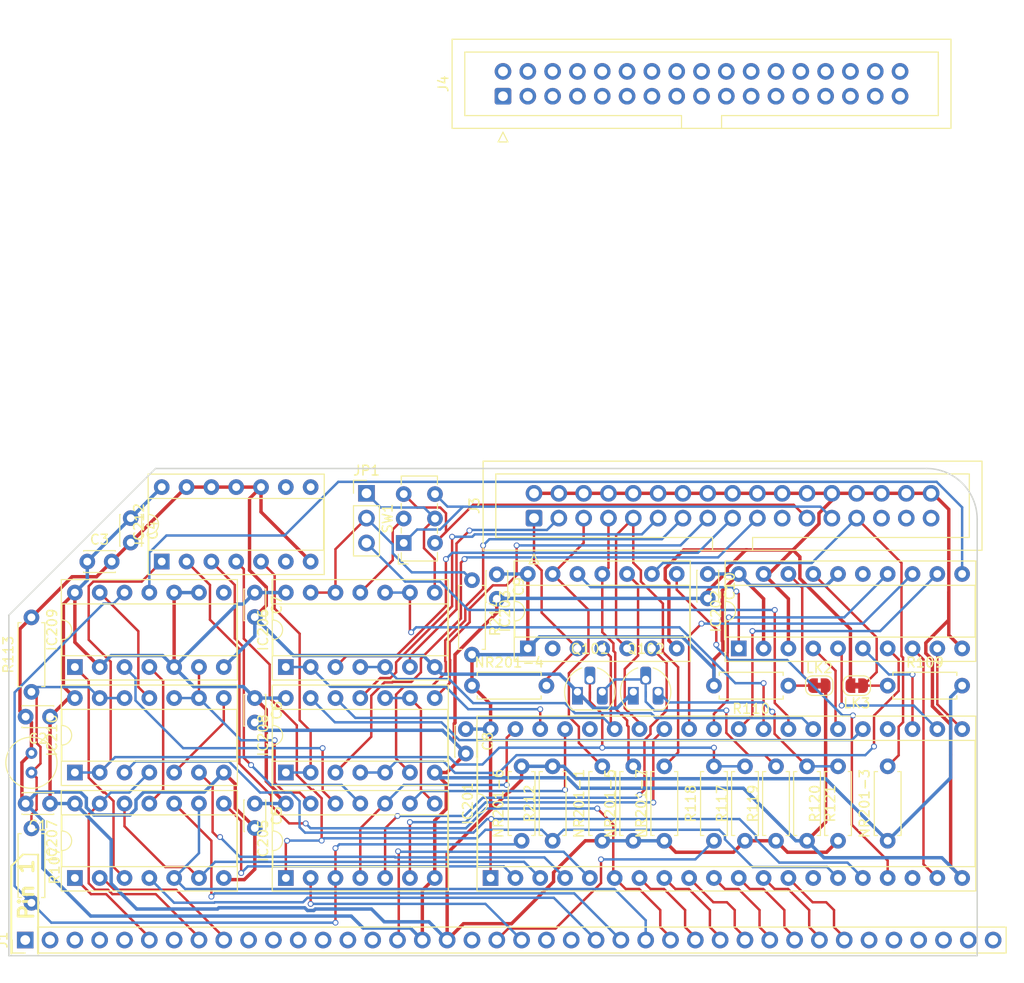
<source format=kicad_pcb>
(kicad_pcb (version 20171130) (host pcbnew "(5.1.7)-1")
  (layers (0 F.Cu signal) (31 B.Cu signal) (34 B.Paste user) (35 F.Paste user) (36 B.SilkS user) (37 F.SilkS user hide) (38 B.Mask user) (39 F.Mask user) (44 Edge.Cuts user))
  (net 0 "")
  (net 1 GND)
  (net 2 +5V)
  (net 3 D0)
  (net 4 D1)
  (net 5 D2)
  (net 6 D3)
  (net 7 D4)
  (net 8 D5)
  (net 9 D6)
  (net 10 D7)
  (net 11 A8)
  (net 12 A0)
  (net 13 A7)
  (net 14 A10)
  (net 15 "Net-(C102-Pad1)")
  (net 16 "Net-(IC201-Pad39)")
  (net 17 /DDI/DDI-FDDS/HLT_CLK)
  (net 18 "Net-(IC201-Pad38)")
  (net 19 "Net-(IC201-Pad18)")
  (net 20 "Net-(IC201-Pad37)")
  (net 21 "Net-(IC201-Pad17)")
  (net 22 "Net-(IC201-Pad36)")
  (net 23 "Net-(IC201-Pad1)")
  (net 24 "Net-(IC201-Pad35)")
  (net 25 "Net-(IC201-Pad15)")
  (net 26 "Net-(IC201-Pad34)")
  (net 27 "Net-(IC201-Pad14)")
  (net 28 "Net-(IC201-Pad33)")
  (net 29 /DDI/DDI-FDDS/EARLY)
  (net 30 /DDI/DDI-FDDS/LATE)
  (net 31 /DDI/DDI-FDDS/WDIN)
  (net 32 "Net-(IC201-Pad29)")
  (net 33 "Net-(IC201-Pad28)")
  (net 34 "Net-(IC201-Pad27)")
  (net 35 /DDI/DDI-FDDS/DENS)
  (net 36 "Net-(IC201-Pad25)")
  (net 37 "Net-(IC201-Pad24)")
  (net 38 "Net-(IC201-Pad4)")
  (net 39 /DDI/DDI-FDDS/SEPD)
  (net 40 "Net-(IC201-Pad3)")
  (net 41 /DDI/DDI-FDDS/SEPCLK)
  (net 42 "Net-(IC201-Pad2)")
  (net 43 /DDI/DDI-FDDS/CLKOUT)
  (net 44 "Net-(IC202-Pad18)")
  (net 45 "Net-(IC202-Pad17)")
  (net 46 /DDI/DDI-FDDS/WDOUT)
  (net 47 "Net-(IC202-Pad15)")
  (net 48 "Net-(IC202-Pad11)")
  (net 49 /DDI/DDI-FDDS/~DSKD)
  (net 50 /DDI/CLK4)
  (net 51 "Net-(IC205-Pad8)")
  (net 52 /DDI/~SIDE1_SELECT)
  (net 53 /DDI/~DIRECTION_SELECT)
  (net 54 "Net-(IC206-Pad8)")
  (net 55 /DDI/IORQ)
  (net 56 /DDI/~WR)
  (net 57 /DDI/~RD)
  (net 58 /DDI/~WRITE_DATA)
  (net 59 /DDI/~WRITE_GATE)
  (net 60 /DDI/~MOTOR_ON)
  (net 61 "Net-(IC208-Pad1)")
  (net 62 /DDI/~STEP)
  (net 63 "Net-(IC210-Pad5)")
  (net 64 /DDI/DEVICE_SELECT)
  (net 65 /DDI/DDI-FDDS/~RESET_INT)
  (net 66 "Net-(IC212-Pad6)")
  (net 67 "Net-(IC212-Pad8)")
  (net 68 /DDI/~READY)
  (net 69 /DDI/~INDEX)
  (net 70 /DDI/~WRITE_PROTECT)
  (net 71 /DDI/~READ_DATA)
  (net 72 /DDI/~TRACK0)
  (net 73 "Net-(J1-Pad40)")
  (net 74 "Net-(J1-Pad39)")
  (net 75 "Net-(J1-Pad38)")
  (net 76 "Net-(J1-Pad37)")
  (net 77 "Net-(J1-Pad36)")
  (net 78 "Net-(J1-Pad35)")
  (net 79 "Net-(J1-Pad23)")
  (net 80 "Net-(J1-Pad22)")
  (net 81 /DDI/~RESET)
  (net 82 "Net-(J1-Pad19)")
  (net 83 "Net-(J1-Pad15)")
  (net 84 "Net-(J1-Pad14)")
  (net 85 "Net-(J1-Pad13)")
  (net 86 "Net-(J1-Pad12)")
  (net 87 "Net-(J1-Pad11)")
  (net 88 "Net-(J1-Pad10)")
  (net 89 "Net-(J1-Pad4)")
  (net 90 "Net-(J1-Pad3)")
  (net 91 "Net-(J1-Pad2)")
  (net 92 "Net-(J1-Pad1)")
  (net 93 "Net-(J3-Pad33)")
  (net 94 "Net-(J3-Pad31)")
  (net 95 "Net-(J3-Pad29)")
  (net 96 /DDI/~DRIVE_SELECT_0)
  (net 97 "Net-(J3-Pad21)")
  (net 98 "Net-(J4-Pad33)")
  (net 99 "Net-(J4-Pad31)")
  (net 100 "Net-(J4-Pad29)")
  (net 101 "Net-(J4-Pad21)")
  (net 102 "Net-(Q101-Pad3)")
  (net 103 "Net-(Q102-Pad3)")
  (net 104 "Net-(IC203-Pad6)")
  (net 105 "Net-(IC207-Pad11)")
  (net 106 "Net-(IC207-Pad3)")
  (net 107 "Net-(IC212-Pad9)")
  (net 108 /DDI/DDI-FDDS/CLK_4)
  (net 109 "Net-(IC205-Pad12)")
  (net 110 "Net-(IC205-Pad11)")
  (net 111 "Net-(IC206-Pad12)")
  (net 112 "Net-(IC206-Pad11)")
  (net 113 "Net-(IC203-Pad2)")
  (net 114 "Net-(J1-Pad7)")
  (net 115 "Net-(J1-Pad5)")
  (net 116 /DDI/~DRIVE_SELECT_1)
  (net 117 "Net-(IC209-Pad13)")
  (net 118 "Net-(IC209-Pad8)")
  (module Package_TO_SOT_THT:TO-92_HandSolder (layer F.Cu) (at 217.805 126.365)
    (fp_text reference Q102 (at 1.27 -4.4) (layer F.SilkS))
    (fp_text value 2SC1815)
    (pad 1 thru_hole rect (at 0 0) (size 1.1 1.8) (drill 0.75 (offset 0 0.4)) (layers *.Cu *.Mask) (net 1 GND))
    (pad 3 thru_hole roundrect (at 2.54 0) (size 1.1 1.8) (drill 0.75 (offset 0 0.4)) (layers *.Cu *.Mask) (net 103 "Net-(Q102-Pad3)"))
    (pad 2 thru_hole roundrect (at 1.27 -1.27) (size 1.1 1.8) (drill 0.75 (offset 0 -0.4)) (layers *.Cu *.Mask) (net 102 "Net-(Q101-Pad3)"))
  )
  (module Package_TO_SOT_THT:TO-92_HandSolder (layer F.Cu) (at 212.09 126.365)
    (fp_text reference Q101 (at 1.27 -4.4) (layer F.SilkS))
    (fp_text value 2SC1815)
    (pad 1 thru_hole rect (at 0 0) (size 1.1 1.8) (drill 0.75 (offset 0 0.4)) (layers *.Cu *.Mask) (net 1 GND))
    (pad 3 thru_hole roundrect (at 2.54 0) (size 1.1 1.8) (drill 0.75 (offset 0 0.4)) (layers *.Cu *.Mask) (net 102 "Net-(Q101-Pad3)"))
    (pad 2 thru_hole roundrect (at 1.27 -1.27) (size 1.1 1.8) (drill 0.75 (offset 0 -0.4)) (layers *.Cu *.Mask) (net 65 /DDI/DDI-FDDS/~RESET_INT))
  )
  (module Connector_IDC:IDC-Header_2x17_P2.54mm_Vertical (layer F.Cu) (at 204.47 65.405 90)
    (fp_text reference J4 (at 1.27 -6.1 90) (layer F.SilkS))
    (fp_text value Conn_02x17_Odd_Even)
    (pad 34 thru_hole circle (at 2.54 40.64 90) (size 1.7 1.7) (drill 1) (layers *.Cu *.Mask) (net 1 GND))
    (pad 32 thru_hole circle (at 2.54 38.1 90) (size 1.7 1.7) (drill 1) (layers *.Cu *.Mask) (net 1 GND))
    (pad 30 thru_hole circle (at 2.54 35.56 90) (size 1.7 1.7) (drill 1) (layers *.Cu *.Mask) (net 1 GND))
    (pad 28 thru_hole circle (at 2.54 33.02 90) (size 1.7 1.7) (drill 1) (layers *.Cu *.Mask) (net 1 GND))
    (pad 26 thru_hole circle (at 2.54 30.48 90) (size 1.7 1.7) (drill 1) (layers *.Cu *.Mask) (net 1 GND))
    (pad 24 thru_hole circle (at 2.54 27.94 90) (size 1.7 1.7) (drill 1) (layers *.Cu *.Mask) (net 1 GND))
    (pad 22 thru_hole circle (at 2.54 25.4 90) (size 1.7 1.7) (drill 1) (layers *.Cu *.Mask) (net 1 GND))
    (pad 20 thru_hole circle (at 2.54 22.86 90) (size 1.7 1.7) (drill 1) (layers *.Cu *.Mask) (net 1 GND))
    (pad 18 thru_hole circle (at 2.54 20.32 90) (size 1.7 1.7) (drill 1) (layers *.Cu *.Mask) (net 1 GND))
    (pad 16 thru_hole circle (at 2.54 17.78 90) (size 1.7 1.7) (drill 1) (layers *.Cu *.Mask) (net 1 GND))
    (pad 14 thru_hole circle (at 2.54 15.24 90) (size 1.7 1.7) (drill 1) (layers *.Cu *.Mask) (net 1 GND))
    (pad 12 thru_hole circle (at 2.54 12.7 90) (size 1.7 1.7) (drill 1) (layers *.Cu *.Mask) (net 1 GND))
    (pad 10 thru_hole circle (at 2.54 10.16 90) (size 1.7 1.7) (drill 1) (layers *.Cu *.Mask) (net 1 GND))
    (pad 8 thru_hole circle (at 2.54 7.62 90) (size 1.7 1.7) (drill 1) (layers *.Cu *.Mask) (net 1 GND))
    (pad 6 thru_hole circle (at 2.54 5.08 90) (size 1.7 1.7) (drill 1) (layers *.Cu *.Mask) (net 1 GND))
    (pad 4 thru_hole circle (at 2.54 2.54 90) (size 1.7 1.7) (drill 1) (layers *.Cu *.Mask) (net 1 GND))
    (pad 2 thru_hole circle (at 2.54 0 90) (size 1.7 1.7) (drill 1) (layers *.Cu *.Mask) (net 1 GND))
    (pad 33 thru_hole circle (at 0 40.64 90) (size 1.7 1.7) (drill 1) (layers *.Cu *.Mask) (net 98 "Net-(J4-Pad33)"))
    (pad 31 thru_hole circle (at 0 38.1 90) (size 1.7 1.7) (drill 1) (layers *.Cu *.Mask) (net 99 "Net-(J4-Pad31)"))
    (pad 29 thru_hole circle (at 0 35.56 90) (size 1.7 1.7) (drill 1) (layers *.Cu *.Mask) (net 100 "Net-(J4-Pad29)"))
    (pad 27 thru_hole circle (at 0 33.02 90) (size 1.7 1.7) (drill 1) (layers *.Cu *.Mask) (net 69 /DDI/~INDEX))
    (pad 25 thru_hole circle (at 0 30.48 90) (size 1.7 1.7) (drill 1) (layers *.Cu *.Mask) (net 116 /DDI/~DRIVE_SELECT_1))
    (pad 23 thru_hole circle (at 0 27.94 90) (size 1.7 1.7) (drill 1) (layers *.Cu *.Mask) (net 96 /DDI/~DRIVE_SELECT_0))
    (pad 21 thru_hole circle (at 0 25.4 90) (size 1.7 1.7) (drill 1) (layers *.Cu *.Mask) (net 101 "Net-(J4-Pad21)"))
    (pad 19 thru_hole circle (at 0 22.86 90) (size 1.7 1.7) (drill 1) (layers *.Cu *.Mask) (net 60 /DDI/~MOTOR_ON))
    (pad 17 thru_hole circle (at 0 20.32 90) (size 1.7 1.7) (drill 1) (layers *.Cu *.Mask) (net 53 /DDI/~DIRECTION_SELECT))
    (pad 15 thru_hole circle (at 0 17.78 90) (size 1.7 1.7) (drill 1) (layers *.Cu *.Mask) (net 62 /DDI/~STEP))
    (pad 13 thru_hole circle (at 0 15.24 90) (size 1.7 1.7) (drill 1) (layers *.Cu *.Mask) (net 58 /DDI/~WRITE_DATA))
    (pad 11 thru_hole circle (at 0 12.7 90) (size 1.7 1.7) (drill 1) (layers *.Cu *.Mask) (net 59 /DDI/~WRITE_GATE))
    (pad 9 thru_hole circle (at 0 10.16 90) (size 1.7 1.7) (drill 1) (layers *.Cu *.Mask) (net 72 /DDI/~TRACK0))
    (pad 7 thru_hole circle (at 0 7.62 90) (size 1.7 1.7) (drill 1) (layers *.Cu *.Mask) (net 70 /DDI/~WRITE_PROTECT))
    (pad 5 thru_hole circle (at 0 5.08 90) (size 1.7 1.7) (drill 1) (layers *.Cu *.Mask) (net 71 /DDI/~READ_DATA))
    (pad 3 thru_hole circle (at 0 2.54 90) (size 1.7 1.7) (drill 1) (layers *.Cu *.Mask) (net 52 /DDI/~SIDE1_SELECT))
    (pad 1 thru_hole roundrect (at 0 0 90) (size 1.7 1.7) (drill 1) (layers *.Cu *.Mask) (roundrect_rratio 0.147059) (net 68 /DDI/~READY))
  )
  (module Connector_IDC:IDC-Header_2x17_P2.54mm_Vertical (layer F.Cu) (at 207.645 108.585 90)
    (fp_text reference J3 (at 1.27 -6.1 90) (layer F.SilkS))
    (fp_text value Conn_02x17_Odd_Even)
    (pad 34 thru_hole circle (at 2.54 40.64 90) (size 1.7 1.7) (drill 1) (layers *.Cu *.Mask) (net 1 GND))
    (pad 32 thru_hole circle (at 2.54 38.1 90) (size 1.7 1.7) (drill 1) (layers *.Cu *.Mask) (net 1 GND))
    (pad 30 thru_hole circle (at 2.54 35.56 90) (size 1.7 1.7) (drill 1) (layers *.Cu *.Mask) (net 1 GND))
    (pad 28 thru_hole circle (at 2.54 33.02 90) (size 1.7 1.7) (drill 1) (layers *.Cu *.Mask) (net 1 GND))
    (pad 26 thru_hole circle (at 2.54 30.48 90) (size 1.7 1.7) (drill 1) (layers *.Cu *.Mask) (net 1 GND))
    (pad 24 thru_hole circle (at 2.54 27.94 90) (size 1.7 1.7) (drill 1) (layers *.Cu *.Mask) (net 1 GND))
    (pad 22 thru_hole circle (at 2.54 25.4 90) (size 1.7 1.7) (drill 1) (layers *.Cu *.Mask) (net 1 GND))
    (pad 20 thru_hole circle (at 2.54 22.86 90) (size 1.7 1.7) (drill 1) (layers *.Cu *.Mask) (net 1 GND))
    (pad 18 thru_hole circle (at 2.54 20.32 90) (size 1.7 1.7) (drill 1) (layers *.Cu *.Mask) (net 1 GND))
    (pad 16 thru_hole circle (at 2.54 17.78 90) (size 1.7 1.7) (drill 1) (layers *.Cu *.Mask) (net 1 GND))
    (pad 14 thru_hole circle (at 2.54 15.24 90) (size 1.7 1.7) (drill 1) (layers *.Cu *.Mask) (net 1 GND))
    (pad 12 thru_hole circle (at 2.54 12.7 90) (size 1.7 1.7) (drill 1) (layers *.Cu *.Mask) (net 1 GND))
    (pad 10 thru_hole circle (at 2.54 10.16 90) (size 1.7 1.7) (drill 1) (layers *.Cu *.Mask) (net 1 GND))
    (pad 8 thru_hole circle (at 2.54 7.62 90) (size 1.7 1.7) (drill 1) (layers *.Cu *.Mask) (net 1 GND))
    (pad 6 thru_hole circle (at 2.54 5.08 90) (size 1.7 1.7) (drill 1) (layers *.Cu *.Mask) (net 1 GND))
    (pad 4 thru_hole circle (at 2.54 2.54 90) (size 1.7 1.7) (drill 1) (layers *.Cu *.Mask) (net 1 GND))
    (pad 2 thru_hole circle (at 2.54 0 90) (size 1.7 1.7) (drill 1) (layers *.Cu *.Mask) (net 1 GND))
    (pad 33 thru_hole circle (at 0 40.64 90) (size 1.7 1.7) (drill 1) (layers *.Cu *.Mask) (net 93 "Net-(J3-Pad33)"))
    (pad 31 thru_hole circle (at 0 38.1 90) (size 1.7 1.7) (drill 1) (layers *.Cu *.Mask) (net 94 "Net-(J3-Pad31)"))
    (pad 29 thru_hole circle (at 0 35.56 90) (size 1.7 1.7) (drill 1) (layers *.Cu *.Mask) (net 95 "Net-(J3-Pad29)"))
    (pad 27 thru_hole circle (at 0 33.02 90) (size 1.7 1.7) (drill 1) (layers *.Cu *.Mask) (net 69 /DDI/~INDEX))
    (pad 25 thru_hole circle (at 0 30.48 90) (size 1.7 1.7) (drill 1) (layers *.Cu *.Mask) (net 96 /DDI/~DRIVE_SELECT_0))
    (pad 23 thru_hole circle (at 0 27.94 90) (size 1.7 1.7) (drill 1) (layers *.Cu *.Mask) (net 116 /DDI/~DRIVE_SELECT_1))
    (pad 21 thru_hole circle (at 0 25.4 90) (size 1.7 1.7) (drill 1) (layers *.Cu *.Mask) (net 97 "Net-(J3-Pad21)"))
    (pad 19 thru_hole circle (at 0 22.86 90) (size 1.7 1.7) (drill 1) (layers *.Cu *.Mask) (net 60 /DDI/~MOTOR_ON))
    (pad 17 thru_hole circle (at 0 20.32 90) (size 1.7 1.7) (drill 1) (layers *.Cu *.Mask) (net 53 /DDI/~DIRECTION_SELECT))
    (pad 15 thru_hole circle (at 0 17.78 90) (size 1.7 1.7) (drill 1) (layers *.Cu *.Mask) (net 62 /DDI/~STEP))
    (pad 13 thru_hole circle (at 0 15.24 90) (size 1.7 1.7) (drill 1) (layers *.Cu *.Mask) (net 58 /DDI/~WRITE_DATA))
    (pad 11 thru_hole circle (at 0 12.7 90) (size 1.7 1.7) (drill 1) (layers *.Cu *.Mask) (net 59 /DDI/~WRITE_GATE))
    (pad 9 thru_hole circle (at 0 10.16 90) (size 1.7 1.7) (drill 1) (layers *.Cu *.Mask) (net 72 /DDI/~TRACK0))
    (pad 7 thru_hole circle (at 0 7.62 90) (size 1.7 1.7) (drill 1) (layers *.Cu *.Mask) (net 70 /DDI/~WRITE_PROTECT))
    (pad 5 thru_hole circle (at 0 5.08 90) (size 1.7 1.7) (drill 1) (layers *.Cu *.Mask) (net 71 /DDI/~READ_DATA))
    (pad 3 thru_hole circle (at 0 2.54 90) (size 1.7 1.7) (drill 1) (layers *.Cu *.Mask) (net 52 /DDI/~SIDE1_SELECT))
    (pad 1 thru_hole roundrect (at 0 0 90) (size 1.7 1.7) (drill 1) (layers *.Cu *.Mask) (roundrect_rratio 0.147059) (net 68 /DDI/~READY))
  )
  (module Resistor_THT:R_Axial_DIN0207_L6.3mm_D2.5mm_P7.62mm_Horizontal (layer F.Cu) (at 206.375 141.605 90)
    (fp_text reference NR201-6 (at 3.81 -2.37 90) (layer F.SilkS))
    (fp_text value 680R)
    (pad 2 thru_hole oval (at 7.62 0 90) (size 1.6 1.6) (drill 0.8) (layers *.Cu *.Mask) (net 2 +5V))
    (pad 1 thru_hole circle (at 0 0 90) (size 1.6 1.6) (drill 0.8) (layers *.Cu *.Mask) (net 108 /DDI/DDI-FDDS/CLK_4))
  )
  (module Capacitor_THT:C_Disc_D3.0mm_W2.0mm_P2.50mm (layer F.Cu) (at 225.425 114.3 270)
    (fp_text reference C10 (at 1.25 -2.25 90) (layer F.SilkS))
    (fp_text value 0.1nF)
    (pad 2 thru_hole circle (at 2.5 0 270) (size 1.6 1.6) (drill 0.8) (layers *.Cu *.Mask) (net 1 GND))
    (pad 1 thru_hole circle (at 0 0 270) (size 1.6 1.6) (drill 0.8) (layers *.Cu *.Mask) (net 2 +5V))
  )
  (module Capacitor_THT:C_Disc_D3.0mm_W2.0mm_P2.50mm (layer F.Cu) (at 203.835 114.34 270)
    (fp_text reference C9 (at 1.25 -2.25 90) (layer F.SilkS))
    (fp_text value 0.1nF)
    (pad 2 thru_hole circle (at 2.5 0 270) (size 1.6 1.6) (drill 0.8) (layers *.Cu *.Mask) (net 1 GND))
    (pad 1 thru_hole circle (at 0 0 270) (size 1.6 1.6) (drill 0.8) (layers *.Cu *.Mask) (net 2 +5V))
  )
  (module Capacitor_THT:C_Disc_D3.0mm_W2.0mm_P2.50mm (layer F.Cu) (at 200.66 130.175 270)
    (fp_text reference C8 (at 1.25 -2.25 90) (layer F.SilkS))
    (fp_text value 0.1nF)
    (pad 2 thru_hole circle (at 2.5 0 270) (size 1.6 1.6) (drill 0.8) (layers *.Cu *.Mask) (net 1 GND))
    (pad 1 thru_hole circle (at 0 0 270) (size 1.6 1.6) (drill 0.8) (layers *.Cu *.Mask) (net 2 +5V))
  )
  (module Capacitor_THT:C_Disc_D3.0mm_W2.0mm_P2.50mm (layer F.Cu) (at 179.07 116.205 270)
    (fp_text reference C7 (at 1.25 -2.25 90) (layer F.SilkS))
    (fp_text value 0.1nF)
    (pad 2 thru_hole circle (at 2.5 0 270) (size 1.6 1.6) (drill 0.8) (layers *.Cu *.Mask) (net 1 GND))
    (pad 1 thru_hole circle (at 0 0 270) (size 1.6 1.6) (drill 0.8) (layers *.Cu *.Mask) (net 2 +5V))
  )
  (module Capacitor_THT:C_Disc_D3.0mm_W2.0mm_P2.50mm (layer F.Cu) (at 179.07 127 270)
    (fp_text reference C6 (at 1.25 -2.25 90) (layer F.SilkS))
    (fp_text value 0.1nF)
    (pad 2 thru_hole circle (at 2.5 0 270) (size 1.6 1.6) (drill 0.8) (layers *.Cu *.Mask) (net 1 GND))
    (pad 1 thru_hole circle (at 0 0 270) (size 1.6 1.6) (drill 0.8) (layers *.Cu *.Mask) (net 2 +5V))
  )
  (module Capacitor_THT:C_Disc_D3.0mm_W2.0mm_P2.50mm (layer F.Cu) (at 179.07 137.795 270)
    (fp_text reference C5 (at 1.25 -2.25 90) (layer F.SilkS))
    (fp_text value 0.1nF)
    (pad 2 thru_hole circle (at 2.5 0 270) (size 1.6 1.6) (drill 0.8) (layers *.Cu *.Mask) (net 1 GND))
    (pad 1 thru_hole circle (at 0 0 270) (size 1.6 1.6) (drill 0.8) (layers *.Cu *.Mask) (net 2 +5V))
  )
  (module Connector_PinHeader_2.54mm:PinHeader_1x40_P2.54mm_Vertical (layer F.Cu) (at 155.575 151.765 90)
    (fp_text reference J1 (at 0 -2.33 90) (layer F.SilkS))
    (fp_text value RC2014Bus)
    (pad 40 thru_hole oval (at 0 99.06 90) (size 1.7 1.7) (drill 1) (layers *.Cu *.Mask) (net 73 "Net-(J1-Pad40)"))
    (pad 39 thru_hole oval (at 0 96.52 90) (size 1.7 1.7) (drill 1) (layers *.Cu *.Mask) (net 74 "Net-(J1-Pad39)"))
    (pad 38 thru_hole oval (at 0 93.98 90) (size 1.7 1.7) (drill 1) (layers *.Cu *.Mask) (net 75 "Net-(J1-Pad38)"))
    (pad 37 thru_hole oval (at 0 91.44 90) (size 1.7 1.7) (drill 1) (layers *.Cu *.Mask) (net 76 "Net-(J1-Pad37)"))
    (pad 36 thru_hole oval (at 0 88.9 90) (size 1.7 1.7) (drill 1) (layers *.Cu *.Mask) (net 77 "Net-(J1-Pad36)"))
    (pad 35 thru_hole oval (at 0 86.36 90) (size 1.7 1.7) (drill 1) (layers *.Cu *.Mask) (net 78 "Net-(J1-Pad35)"))
    (pad 34 thru_hole oval (at 0 83.82 90) (size 1.7 1.7) (drill 1) (layers *.Cu *.Mask) (net 10 D7))
    (pad 33 thru_hole oval (at 0 81.28 90) (size 1.7 1.7) (drill 1) (layers *.Cu *.Mask) (net 9 D6))
    (pad 32 thru_hole oval (at 0 78.74 90) (size 1.7 1.7) (drill 1) (layers *.Cu *.Mask) (net 8 D5))
    (pad 31 thru_hole oval (at 0 76.2 90) (size 1.7 1.7) (drill 1) (layers *.Cu *.Mask) (net 7 D4))
    (pad 30 thru_hole oval (at 0 73.66 90) (size 1.7 1.7) (drill 1) (layers *.Cu *.Mask) (net 6 D3))
    (pad 29 thru_hole oval (at 0 71.12 90) (size 1.7 1.7) (drill 1) (layers *.Cu *.Mask) (net 5 D2))
    (pad 28 thru_hole oval (at 0 68.58 90) (size 1.7 1.7) (drill 1) (layers *.Cu *.Mask) (net 4 D1))
    (pad 27 thru_hole oval (at 0 66.04 90) (size 1.7 1.7) (drill 1) (layers *.Cu *.Mask) (net 3 D0))
    (pad 26 thru_hole oval (at 0 63.5 90) (size 1.7 1.7) (drill 1) (layers *.Cu *.Mask) (net 55 /DDI/IORQ))
    (pad 25 thru_hole oval (at 0 60.96 90) (size 1.7 1.7) (drill 1) (layers *.Cu *.Mask) (net 57 /DDI/~RD))
    (pad 24 thru_hole oval (at 0 58.42 90) (size 1.7 1.7) (drill 1) (layers *.Cu *.Mask) (net 56 /DDI/~WR))
    (pad 23 thru_hole oval (at 0 55.88 90) (size 1.7 1.7) (drill 1) (layers *.Cu *.Mask) (net 79 "Net-(J1-Pad23)"))
    (pad 22 thru_hole oval (at 0 53.34 90) (size 1.7 1.7) (drill 1) (layers *.Cu *.Mask) (net 80 "Net-(J1-Pad22)"))
    (pad 21 thru_hole oval (at 0 50.8 90) (size 1.7 1.7) (drill 1) (layers *.Cu *.Mask) (net 50 /DDI/CLK4))
    (pad 20 thru_hole oval (at 0 48.26 90) (size 1.7 1.7) (drill 1) (layers *.Cu *.Mask) (net 81 /DDI/~RESET))
    (pad 19 thru_hole oval (at 0 45.72 90) (size 1.7 1.7) (drill 1) (layers *.Cu *.Mask) (net 82 "Net-(J1-Pad19)"))
    (pad 18 thru_hole oval (at 0 43.18 90) (size 1.7 1.7) (drill 1) (layers *.Cu *.Mask) (net 2 +5V))
    (pad 17 thru_hole oval (at 0 40.64 90) (size 1.7 1.7) (drill 1) (layers *.Cu *.Mask) (net 1 GND))
    (pad 16 thru_hole oval (at 0 38.1 90) (size 1.7 1.7) (drill 1) (layers *.Cu *.Mask) (net 12 A0))
    (pad 15 thru_hole oval (at 0 35.56 90) (size 1.7 1.7) (drill 1) (layers *.Cu *.Mask) (net 83 "Net-(J1-Pad15)"))
    (pad 14 thru_hole oval (at 0 33.02 90) (size 1.7 1.7) (drill 1) (layers *.Cu *.Mask) (net 84 "Net-(J1-Pad14)"))
    (pad 13 thru_hole oval (at 0 30.48 90) (size 1.7 1.7) (drill 1) (layers *.Cu *.Mask) (net 85 "Net-(J1-Pad13)"))
    (pad 12 thru_hole oval (at 0 27.94 90) (size 1.7 1.7) (drill 1) (layers *.Cu *.Mask) (net 86 "Net-(J1-Pad12)"))
    (pad 11 thru_hole oval (at 0 25.4 90) (size 1.7 1.7) (drill 1) (layers *.Cu *.Mask) (net 87 "Net-(J1-Pad11)"))
    (pad 10 thru_hole oval (at 0 22.86 90) (size 1.7 1.7) (drill 1) (layers *.Cu *.Mask) (net 88 "Net-(J1-Pad10)"))
    (pad 9 thru_hole oval (at 0 20.32 90) (size 1.7 1.7) (drill 1) (layers *.Cu *.Mask) (net 13 A7))
    (pad 8 thru_hole oval (at 0 17.78 90) (size 1.7 1.7) (drill 1) (layers *.Cu *.Mask) (net 11 A8))
    (pad 7 thru_hole oval (at 0 15.24 90) (size 1.7 1.7) (drill 1) (layers *.Cu *.Mask) (net 114 "Net-(J1-Pad7)"))
    (pad 6 thru_hole oval (at 0 12.7 90) (size 1.7 1.7) (drill 1) (layers *.Cu *.Mask) (net 14 A10))
    (pad 5 thru_hole oval (at 0 10.16 90) (size 1.7 1.7) (drill 1) (layers *.Cu *.Mask) (net 115 "Net-(J1-Pad5)"))
    (pad 4 thru_hole oval (at 0 7.62 90) (size 1.7 1.7) (drill 1) (layers *.Cu *.Mask) (net 89 "Net-(J1-Pad4)"))
    (pad 3 thru_hole oval (at 0 5.08 90) (size 1.7 1.7) (drill 1) (layers *.Cu *.Mask) (net 90 "Net-(J1-Pad3)"))
    (pad 2 thru_hole oval (at 0 2.54 90) (size 1.7 1.7) (drill 1) (layers *.Cu *.Mask) (net 91 "Net-(J1-Pad2)"))
    (pad 1 thru_hole rect (at 0 0 90) (size 1.7 1.7) (drill 1) (layers *.Cu *.Mask) (net 92 "Net-(J1-Pad1)"))
  )
  (module Package_DIP:DIP-14_W7.62mm_Socket (layer F.Cu) (at 182.245 145.415 90)
    (fp_text reference IC205 (at 3.81 -2.33 90) (layer F.SilkS))
    (fp_text value 74LS08)
    (pad 14 thru_hole oval (at 7.62 0 90) (size 1.6 1.6) (drill 0.8) (layers *.Cu *.Mask) (net 2 +5V))
    (pad 7 thru_hole oval (at 0 15.24 90) (size 1.6 1.6) (drill 0.8) (layers *.Cu *.Mask) (net 1 GND))
    (pad 13 thru_hole oval (at 7.62 2.54 90) (size 1.6 1.6) (drill 0.8) (layers *.Cu *.Mask) (net 64 /DDI/DEVICE_SELECT))
    (pad 6 thru_hole oval (at 0 12.7 90) (size 1.6 1.6) (drill 0.8) (layers *.Cu *.Mask) (net 28 "Net-(IC201-Pad33)"))
    (pad 12 thru_hole oval (at 7.62 5.08 90) (size 1.6 1.6) (drill 0.8) (layers *.Cu *.Mask) (net 109 "Net-(IC205-Pad12)"))
    (pad 5 thru_hole oval (at 0 10.16 90) (size 1.6 1.6) (drill 0.8) (layers *.Cu *.Mask) (net 104 "Net-(IC203-Pad6)"))
    (pad 11 thru_hole oval (at 7.62 7.62 90) (size 1.6 1.6) (drill 0.8) (layers *.Cu *.Mask) (net 110 "Net-(IC205-Pad11)"))
    (pad 4 thru_hole oval (at 0 7.62 90) (size 1.6 1.6) (drill 0.8) (layers *.Cu *.Mask) (net 16 "Net-(IC201-Pad39)"))
    (pad 10 thru_hole oval (at 7.62 10.16 90) (size 1.6 1.6) (drill 0.8) (layers *.Cu *.Mask) (net 16 "Net-(IC201-Pad39)"))
    (pad 3 thru_hole oval (at 0 5.08 90) (size 1.6 1.6) (drill 0.8) (layers *.Cu *.Mask) (net 108 /DDI/DDI-FDDS/CLK_4))
    (pad 9 thru_hole oval (at 7.62 12.7 90) (size 1.6 1.6) (drill 0.8) (layers *.Cu *.Mask) (net 20 "Net-(IC201-Pad37)"))
    (pad 2 thru_hole oval (at 0 2.54 90) (size 1.6 1.6) (drill 0.8) (layers *.Cu *.Mask) (net 50 /DDI/CLK4))
    (pad 8 thru_hole oval (at 7.62 15.24 90) (size 1.6 1.6) (drill 0.8) (layers *.Cu *.Mask) (net 51 "Net-(IC205-Pad8)"))
    (pad 1 thru_hole rect (at 0 0 90) (size 1.6 1.6) (drill 0.8) (layers *.Cu *.Mask) (net 25 "Net-(IC201-Pad15)"))
  )
  (module Package_DIP:DIP-14_W7.62mm_Socket (layer F.Cu) (at 207.01 121.92 90)
    (fp_text reference IC203 (at 3.81 -2.33 90) (layer F.SilkS))
    (fp_text value 74LS04)
    (pad 14 thru_hole oval (at 7.62 0 90) (size 1.6 1.6) (drill 0.8) (layers *.Cu *.Mask) (net 2 +5V))
    (pad 7 thru_hole oval (at 0 15.24 90) (size 1.6 1.6) (drill 0.8) (layers *.Cu *.Mask) (net 1 GND))
    (pad 13 thru_hole oval (at 7.62 2.54 90) (size 1.6 1.6) (drill 0.8) (layers *.Cu *.Mask) (net 71 /DDI/~READ_DATA))
    (pad 6 thru_hole oval (at 0 12.7 90) (size 1.6 1.6) (drill 0.8) (layers *.Cu *.Mask) (net 104 "Net-(IC203-Pad6)"))
    (pad 12 thru_hole oval (at 7.62 5.08 90) (size 1.6 1.6) (drill 0.8) (layers *.Cu *.Mask) (net 49 /DDI/DDI-FDDS/~DSKD))
    (pad 5 thru_hole oval (at 0 10.16 90) (size 1.6 1.6) (drill 0.8) (layers *.Cu *.Mask) (net 72 /DDI/~TRACK0))
    (pad 11 thru_hole oval (at 7.62 7.62 90) (size 1.6 1.6) (drill 0.8) (layers *.Cu *.Mask) (net 70 /DDI/~WRITE_PROTECT))
    (pad 4 thru_hole oval (at 0 7.62 90) (size 1.6 1.6) (drill 0.8) (layers *.Cu *.Mask) (net 24 "Net-(IC201-Pad35)"))
    (pad 10 thru_hole oval (at 7.62 10.16 90) (size 1.6 1.6) (drill 0.8) (layers *.Cu *.Mask) (net 26 "Net-(IC201-Pad34)"))
    (pad 3 thru_hole oval (at 0 5.08 90) (size 1.6 1.6) (drill 0.8) (layers *.Cu *.Mask) (net 68 /DDI/~READY))
    (pad 9 thru_hole oval (at 7.62 12.7 90) (size 1.6 1.6) (drill 0.8) (layers *.Cu *.Mask) (net 69 /DDI/~INDEX))
    (pad 2 thru_hole oval (at 0 2.54 90) (size 1.6 1.6) (drill 0.8) (layers *.Cu *.Mask) (net 113 "Net-(IC203-Pad2)"))
    (pad 8 thru_hole oval (at 7.62 15.24 90) (size 1.6 1.6) (drill 0.8) (layers *.Cu *.Mask) (net 21 "Net-(IC201-Pad17)"))
    (pad 1 thru_hole rect (at 0 0 90) (size 1.6 1.6) (drill 0.8) (layers *.Cu *.Mask) (net 2 +5V))
  )
  (module Package_DIP:DIP-14_W7.62mm_Socket (layer F.Cu) (at 169.545 113.03 90)
    (fp_text reference IC212 (at 3.81 -2.33 90) (layer F.SilkS))
    (fp_text value 74LS74)
    (pad 14 thru_hole oval (at 7.62 0 90) (size 1.6 1.6) (drill 0.8) (layers *.Cu *.Mask) (net 2 +5V))
    (pad 7 thru_hole oval (at 0 15.24 90) (size 1.6 1.6) (drill 0.8) (layers *.Cu *.Mask) (net 1 GND))
    (pad 13 thru_hole oval (at 7.62 2.54 90) (size 1.6 1.6) (drill 0.8) (layers *.Cu *.Mask) (net 1 GND))
    (pad 6 thru_hole oval (at 0 12.7 90) (size 1.6 1.6) (drill 0.8) (layers *.Cu *.Mask) (net 66 "Net-(IC212-Pad6)"))
    (pad 12 thru_hole oval (at 7.62 5.08 90) (size 1.6 1.6) (drill 0.8) (layers *.Cu *.Mask) (net 1 GND))
    (pad 5 thru_hole oval (at 0 10.16 90) (size 1.6 1.6) (drill 0.8) (layers *.Cu *.Mask) (net 61 "Net-(IC208-Pad1)"))
    (pad 11 thru_hole oval (at 7.62 7.62 90) (size 1.6 1.6) (drill 0.8) (layers *.Cu *.Mask) (net 1 GND))
    (pad 4 thru_hole oval (at 0 7.62 90) (size 1.6 1.6) (drill 0.8) (layers *.Cu *.Mask) (net 25 "Net-(IC201-Pad15)"))
    (pad 10 thru_hole oval (at 7.62 10.16 90) (size 1.6 1.6) (drill 0.8) (layers *.Cu *.Mask) (net 1 GND))
    (pad 3 thru_hole oval (at 0 5.08 90) (size 1.6 1.6) (drill 0.8) (layers *.Cu *.Mask) (net 110 "Net-(IC205-Pad11)"))
    (pad 9 thru_hole oval (at 7.62 12.7 90) (size 1.6 1.6) (drill 0.8) (layers *.Cu *.Mask) (net 107 "Net-(IC212-Pad9)"))
    (pad 2 thru_hole oval (at 0 2.54 90) (size 1.6 1.6) (drill 0.8) (layers *.Cu *.Mask) (net 3 D0))
    (pad 8 thru_hole oval (at 7.62 15.24 90) (size 1.6 1.6) (drill 0.8) (layers *.Cu *.Mask) (net 67 "Net-(IC212-Pad8)"))
    (pad 1 thru_hole rect (at 0 0 90) (size 1.6 1.6) (drill 0.8) (layers *.Cu *.Mask) (net 65 /DDI/DDI-FDDS/~RESET_INT))
  )
  (module Button_Switch_THT:SW_E-Switch_EG1271_DPDT (layer F.Cu) (at 194.31 111.125 90)
    (fp_text reference SW1 (at 2.5 -1.65 90) (layer F.SilkS))
    (fp_text value "A/B Switch")
    (pad 6 thru_hole circle (at 5 3.2 90) (size 1.6 1.6) (drill 0.8) (layers *.Cu *.Mask) (net 96 /DDI/~DRIVE_SELECT_0))
    (pad 5 thru_hole circle (at 2.5 3.2 90) (size 1.6 1.6) (drill 0.8) (layers *.Cu *.Mask) (net 54 "Net-(IC206-Pad8)"))
    (pad 4 thru_hole circle (at 0 3.2 90) (size 1.6 1.6) (drill 0.8) (layers *.Cu *.Mask) (net 116 /DDI/~DRIVE_SELECT_1))
    (pad 3 thru_hole circle (at 5 0 90) (size 1.6 1.6) (drill 0.8) (layers *.Cu *.Mask) (net 116 /DDI/~DRIVE_SELECT_1))
    (pad 2 thru_hole circle (at 2.5 0 90) (size 1.6 1.6) (drill 0.8) (layers *.Cu *.Mask) (net 112 "Net-(IC206-Pad11)"))
    (pad 1 thru_hole rect (at 0 0 90) (size 1.6 1.6) (drill 0.8) (layers *.Cu *.Mask) (net 96 /DDI/~DRIVE_SELECT_0))
  )
  (module Resistor_THT:R_Axial_DIN0207_L6.3mm_D2.5mm_P7.62mm_Horizontal (layer F.Cu) (at 201.295 114.935 270)
    (fp_text reference R214 (at 3.81 -2.37 90) (layer F.SilkS))
    (fp_text value 2K2)
    (pad 2 thru_hole oval (at 7.62 0 270) (size 1.6 1.6) (drill 0.8) (layers *.Cu *.Mask) (net 2 +5V))
    (pad 1 thru_hole circle (at 0 0 270) (size 1.6 1.6) (drill 0.8) (layers *.Cu *.Mask) (net 111 "Net-(IC206-Pad12)"))
  )
  (module Resistor_THT:R_Axial_DIN0207_L6.3mm_D2.5mm_P7.62mm_Horizontal (layer F.Cu) (at 209.55 141.605 90)
    (fp_text reference R212 (at 3.81 -2.37 90) (layer F.SilkS))
    (fp_text value 1k)
    (pad 2 thru_hole oval (at 7.62 0 90) (size 1.6 1.6) (drill 0.8) (layers *.Cu *.Mask) (net 2 +5V))
    (pad 1 thru_hole circle (at 0 0 90) (size 1.6 1.6) (drill 0.8) (layers *.Cu *.Mask) (net 25 "Net-(IC201-Pad15)"))
  )
  (module Resistor_THT:R_Axial_DIN0207_L6.3mm_D2.5mm_P7.62mm_Horizontal (layer F.Cu) (at 235.585 133.985 270)
    (fp_text reference R121 (at 3.81 -2.37 90) (layer F.SilkS))
    (fp_text value 560R)
    (pad 2 thru_hole oval (at 7.62 0 270) (size 1.6 1.6) (drill 0.8) (layers *.Cu *.Mask) (net 1 GND))
    (pad 1 thru_hole circle (at 0 0 270) (size 1.6 1.6) (drill 0.8) (layers *.Cu *.Mask) (net 103 "Net-(Q102-Pad3)"))
  )
  (module Resistor_THT:R_Axial_DIN0207_L6.3mm_D2.5mm_P7.62mm_Horizontal (layer F.Cu) (at 238.76 141.605 90)
    (fp_text reference R120 (at 3.81 -2.37 90) (layer F.SilkS))
    (fp_text value 2k2)
    (pad 2 thru_hole oval (at 7.62 0 90) (size 1.6 1.6) (drill 0.8) (layers *.Cu *.Mask) (net 103 "Net-(Q102-Pad3)"))
    (pad 1 thru_hole circle (at 0 0 90) (size 1.6 1.6) (drill 0.8) (layers *.Cu *.Mask) (net 2 +5V))
  )
  (module Resistor_THT:R_Axial_DIN0207_L6.3mm_D2.5mm_P7.62mm_Horizontal (layer F.Cu) (at 232.41 141.605 90)
    (fp_text reference R119 (at 3.81 -2.37 90) (layer F.SilkS))
    (fp_text value 560R)
    (pad 2 thru_hole oval (at 7.62 0 90) (size 1.6 1.6) (drill 0.8) (layers *.Cu *.Mask) (net 102 "Net-(Q101-Pad3)"))
    (pad 1 thru_hole circle (at 0 0 90) (size 1.6 1.6) (drill 0.8) (layers *.Cu *.Mask) (net 2 +5V))
  )
  (module Resistor_THT:R_Axial_DIN0207_L6.3mm_D2.5mm_P7.62mm_Horizontal (layer F.Cu) (at 226.06 141.605 90)
    (fp_text reference R118 (at 3.81 -2.37 90) (layer F.SilkS))
    (fp_text value 160R)
    (pad 2 thru_hole oval (at 7.62 0 90) (size 1.6 1.6) (drill 0.8) (layers *.Cu *.Mask) (net 65 /DDI/DDI-FDDS/~RESET_INT))
    (pad 1 thru_hole circle (at 0 0 90) (size 1.6 1.6) (drill 0.8) (layers *.Cu *.Mask) (net 81 /DDI/~RESET))
  )
  (module Resistor_THT:R_Axial_DIN0207_L6.3mm_D2.5mm_P7.62mm_Horizontal (layer F.Cu) (at 229.235 141.605 90)
    (fp_text reference R117 (at 3.81 -2.37 90) (layer F.SilkS))
    (fp_text value 10k)
    (pad 2 thru_hole oval (at 7.62 0 90) (size 1.6 1.6) (drill 0.8) (layers *.Cu *.Mask) (net 65 /DDI/DDI-FDDS/~RESET_INT))
    (pad 1 thru_hole circle (at 0 0 90) (size 1.6 1.6) (drill 0.8) (layers *.Cu *.Mask) (net 2 +5V))
  )
  (module Resistor_THT:R_Axial_DIN0207_L6.3mm_D2.5mm_P7.62mm_Horizontal (layer F.Cu) (at 156.21 126.365 90)
    (fp_text reference R113 (at 3.81 -2.37 90) (layer F.SilkS))
    (fp_text value 1k)
    (pad 2 thru_hole oval (at 7.62 0 90) (size 1.6 1.6) (drill 0.8) (layers *.Cu *.Mask) (net 1 GND))
    (pad 1 thru_hole circle (at 0 0 90) (size 1.6 1.6) (drill 0.8) (layers *.Cu *.Mask) (net 15 "Net-(C102-Pad1)"))
  )
  (module Resistor_THT:R_Axial_DIN0207_L6.3mm_D2.5mm_P7.62mm_Horizontal (layer F.Cu) (at 233.68 125.73 180)
    (fp_text reference R110 (at 3.81 -2.37) (layer F.SilkS))
    (fp_text value 1k)
    (pad 2 thru_hole oval (at 7.62 0 180) (size 1.6 1.6) (drill 0.8) (layers *.Cu *.Mask) (net 2 +5V))
    (pad 1 thru_hole circle (at 0 0 180) (size 1.6 1.6) (drill 0.8) (layers *.Cu *.Mask) (net 44 "Net-(IC202-Pad18)"))
  )
  (module Resistor_THT:R_Axial_DIN0207_L6.3mm_D2.5mm_P7.62mm_Horizontal (layer F.Cu) (at 243.84 125.73)
    (fp_text reference R109 (at 3.81 -2.37) (layer F.SilkS))
    (fp_text value 1k)
    (pad 2 thru_hole oval (at 7.62 0) (size 1.6 1.6) (drill 0.8) (layers *.Cu *.Mask) (net 2 +5V))
    (pad 1 thru_hole circle (at 0 0) (size 1.6 1.6) (drill 0.8) (layers *.Cu *.Mask) (net 45 "Net-(IC202-Pad17)"))
  )
  (module Resistor_THT:R_Axial_DIN0207_L6.3mm_D2.5mm_P7.62mm_Horizontal (layer F.Cu) (at 156.21 140.335 270)
    (fp_text reference R107 (at 3.81 -2.37 90) (layer F.SilkS))
    (fp_text value 680R)
    (pad 2 thru_hole oval (at 7.62 0 270) (size 1.6 1.6) (drill 0.8) (layers *.Cu *.Mask) (net 108 /DDI/DDI-FDDS/CLK_4))
    (pad 1 thru_hole circle (at 0 0 270) (size 1.6 1.6) (drill 0.8) (layers *.Cu *.Mask) (net 15 "Net-(C102-Pad1)"))
  )
  (module Resistor_THT:R_Axial_DIN0207_L6.3mm_D2.5mm_P7.62mm_Horizontal (layer F.Cu) (at 220.98 141.605 90)
    (fp_text reference NR201-7 (at 3.81 -2.37 90) (layer F.SilkS))
    (fp_text value 680R)
    (pad 2 thru_hole oval (at 7.62 0 90) (size 1.6 1.6) (drill 0.8) (layers *.Cu *.Mask) (net 72 /DDI/~TRACK0))
    (pad 1 thru_hole circle (at 0 0 90) (size 1.6 1.6) (drill 0.8) (layers *.Cu *.Mask) (net 2 +5V))
  )
  (module Resistor_THT:R_Axial_DIN0207_L6.3mm_D2.5mm_P7.62mm_Horizontal (layer F.Cu) (at 217.805 141.605 90)
    (fp_text reference NR201-5 (at 3.81 -2.37 90) (layer F.SilkS))
    (fp_text value 680R)
    (pad 2 thru_hole oval (at 7.62 0 90) (size 1.6 1.6) (drill 0.8) (layers *.Cu *.Mask) (net 70 /DDI/~WRITE_PROTECT))
    (pad 1 thru_hole circle (at 0 0 90) (size 1.6 1.6) (drill 0.8) (layers *.Cu *.Mask) (net 2 +5V))
  )
  (module Resistor_THT:R_Axial_DIN0207_L6.3mm_D2.5mm_P7.62mm_Horizontal (layer F.Cu) (at 201.295 125.73)
    (fp_text reference NR201-4 (at 3.81 -2.37) (layer F.SilkS))
    (fp_text value 680R)
    (pad 2 thru_hole oval (at 7.62 0) (size 1.6 1.6) (drill 0.8) (layers *.Cu *.Mask) (net 68 /DDI/~READY))
    (pad 1 thru_hole circle (at 0 0) (size 1.6 1.6) (drill 0.8) (layers *.Cu *.Mask) (net 2 +5V))
  )
  (module Resistor_THT:R_Axial_DIN0207_L6.3mm_D2.5mm_P7.62mm_Horizontal (layer F.Cu) (at 243.84 141.605 90)
    (fp_text reference NR201-3 (at 3.81 -2.37 90) (layer F.SilkS))
    (fp_text value 680R)
    (pad 2 thru_hole oval (at 7.62 0 90) (size 1.6 1.6) (drill 0.8) (layers *.Cu *.Mask) (net 69 /DDI/~INDEX))
    (pad 1 thru_hole circle (at 0 0 90) (size 1.6 1.6) (drill 0.8) (layers *.Cu *.Mask) (net 2 +5V))
  )
  (module Resistor_THT:R_Axial_DIN0207_L6.3mm_D2.5mm_P7.62mm_Horizontal (layer F.Cu) (at 214.63 141.605 90)
    (fp_text reference NR201-1 (at 3.81 -2.37 90) (layer F.SilkS))
    (fp_text value 680R)
    (pad 2 thru_hole oval (at 7.62 0 90) (size 1.6 1.6) (drill 0.8) (layers *.Cu *.Mask) (net 71 /DDI/~READ_DATA))
    (pad 1 thru_hole circle (at 0 0 90) (size 1.6 1.6) (drill 0.8) (layers *.Cu *.Mask) (net 2 +5V))
  )
  (module Jumper:SolderJumper-2_P1.3mm_Bridged_RoundedPad1.0x1.5mm (layer F.Cu) (at 240.68 125.73 180)
    (fp_text reference LK3 (at 0 -1.8) (layer F.SilkS))
    (fp_text value P0)
    (fp_poly (pts (xy 0.25 -0.3) (xy -0.25 -0.3) (xy -0.25 0.3) (xy 0.25 0.3)) (layer F.Cu) (width 0))
    (pad 1 smd custom (at -0.65 0 180) (size 1 0.5) (layers F.Cu F.Mask) (net 45 "Net-(IC202-Pad17)") (options (clearance outline) (anchor rect)) (primitives (gr_circle (center 0 0.25) (end 0.5 0.25) (width 0)) (gr_circle (center 0 -0.25) (end 0.5 -0.25) (width 0)) (gr_poly (pts (xy 0 -0.75) (xy 0.5 -0.75) (xy 0.5 0.75) (xy 0 0.75)) (width 0))))
    (pad 2 smd custom (at 0.65 0 180) (size 1 0.5) (layers F.Cu F.Mask) (net 1 GND) (options (clearance outline) (anchor rect)) (primitives (gr_circle (center 0 0.25) (end 0.5 0.25) (width 0)) (gr_circle (center 0 -0.25) (end 0.5 -0.25) (width 0)) (gr_poly (pts (xy 0 -0.75) (xy -0.5 -0.75) (xy -0.5 0.75) (xy 0 0.75)) (width 0))))
  )
  (module Jumper:SolderJumper-2_P1.3mm_Bridged_RoundedPad1.0x1.5mm (layer F.Cu) (at 236.84 125.73)
    (fp_text reference LK2 (at 0 -1.8) (layer F.SilkS))
    (fp_text value P1)
    (fp_poly (pts (xy 0.25 -0.3) (xy -0.25 -0.3) (xy -0.25 0.3) (xy 0.25 0.3)) (layer F.Cu) (width 0))
    (pad 1 smd custom (at -0.65 0) (size 1 0.5) (layers F.Cu F.Mask) (net 44 "Net-(IC202-Pad18)") (options (clearance outline) (anchor rect)) (primitives (gr_circle (center 0 0.25) (end 0.5 0.25) (width 0)) (gr_circle (center 0 -0.25) (end 0.5 -0.25) (width 0)) (gr_poly (pts (xy 0 -0.75) (xy 0.5 -0.75) (xy 0.5 0.75) (xy 0 0.75)) (width 0))))
    (pad 2 smd custom (at 0.65 0) (size 1 0.5) (layers F.Cu F.Mask) (net 1 GND) (options (clearance outline) (anchor rect)) (primitives (gr_circle (center 0 0.25) (end 0.5 0.25) (width 0)) (gr_circle (center 0 -0.25) (end 0.5 -0.25) (width 0)) (gr_poly (pts (xy 0 -0.75) (xy -0.5 -0.75) (xy -0.5 0.75) (xy 0 0.75)) (width 0))))
  )
  (module Connector_PinHeader_2.54mm:PinHeader_1x03_P2.54mm_Vertical (layer F.Cu) (at 190.5 106.045)
    (fp_text reference JP1 (at 0 -2.33) (layer F.SilkS))
    (fp_text value "DS Type")
    (pad 3 thru_hole oval (at 0 5.08) (size 1.7 1.7) (drill 1) (layers *.Cu *.Mask) (net 33 "Net-(IC201-Pad28)"))
    (pad 2 thru_hole oval (at 0 2.54) (size 1.7 1.7) (drill 1) (layers *.Cu *.Mask) (net 111 "Net-(IC206-Pad12)"))
    (pad 1 thru_hole rect (at 0 0) (size 1.7 1.7) (drill 1) (layers *.Cu *.Mask) (net 54 "Net-(IC206-Pad8)"))
  )
  (module Package_DIP:DIP-14_W7.62mm_Socket (layer F.Cu) (at 160.655 134.62 90)
    (fp_text reference IC210 (at 3.81 -2.33 90) (layer F.SilkS))
    (fp_text value 74LS132)
    (pad 14 thru_hole oval (at 7.62 0 90) (size 1.6 1.6) (drill 0.8) (layers *.Cu *.Mask) (net 2 +5V))
    (pad 7 thru_hole oval (at 0 15.24 90) (size 1.6 1.6) (drill 0.8) (layers *.Cu *.Mask) (net 1 GND))
    (pad 13 thru_hole oval (at 7.62 2.54 90) (size 1.6 1.6) (drill 0.8) (layers *.Cu *.Mask) (net 15 "Net-(C102-Pad1)"))
    (pad 6 thru_hole oval (at 0 12.7 90) (size 1.6 1.6) (drill 0.8) (layers *.Cu *.Mask) (net 38 "Net-(IC201-Pad4)"))
    (pad 12 thru_hole oval (at 7.62 5.08 90) (size 1.6 1.6) (drill 0.8) (layers *.Cu *.Mask) (net 15 "Net-(C102-Pad1)"))
    (pad 5 thru_hole oval (at 0 10.16 90) (size 1.6 1.6) (drill 0.8) (layers *.Cu *.Mask) (net 63 "Net-(IC210-Pad5)"))
    (pad 11 thru_hole oval (at 7.62 7.62 90) (size 1.6 1.6) (drill 0.8) (layers *.Cu *.Mask) (net 117 "Net-(IC209-Pad13)"))
    (pad 4 thru_hole oval (at 0 7.62 90) (size 1.6 1.6) (drill 0.8) (layers *.Cu *.Mask) (net 11 A8))
    (pad 10 thru_hole oval (at 7.62 10.16 90) (size 1.6 1.6) (drill 0.8) (layers *.Cu *.Mask) (net 64 /DDI/DEVICE_SELECT))
    (pad 3 thru_hole oval (at 0 5.08 90) (size 1.6 1.6) (drill 0.8) (layers *.Cu *.Mask) (net 23 "Net-(IC201-Pad1)"))
    (pad 9 thru_hole oval (at 7.62 12.7 90) (size 1.6 1.6) (drill 0.8) (layers *.Cu *.Mask) (net 64 /DDI/DEVICE_SELECT))
    (pad 2 thru_hole oval (at 0 2.54 90) (size 1.6 1.6) (drill 0.8) (layers *.Cu *.Mask) (net 65 /DDI/DDI-FDDS/~RESET_INT))
    (pad 8 thru_hole oval (at 7.62 15.24 90) (size 1.6 1.6) (drill 0.8) (layers *.Cu *.Mask) (net 63 "Net-(IC210-Pad5)"))
    (pad 1 thru_hole rect (at 0 0 90) (size 1.6 1.6) (drill 0.8) (layers *.Cu *.Mask) (net 65 /DDI/DDI-FDDS/~RESET_INT))
  )
  (module Package_DIP:DIP-14_W7.62mm_Socket (layer F.Cu) (at 160.655 123.825 90)
    (fp_text reference IC209 (at 3.81 -2.33 90) (layer F.SilkS))
    (fp_text value 74LS86)
    (pad 14 thru_hole oval (at 7.62 0 90) (size 1.6 1.6) (drill 0.8) (layers *.Cu *.Mask) (net 2 +5V))
    (pad 7 thru_hole oval (at 0 15.24 90) (size 1.6 1.6) (drill 0.8) (layers *.Cu *.Mask) (net 1 GND))
    (pad 13 thru_hole oval (at 7.62 2.54 90) (size 1.6 1.6) (drill 0.8) (layers *.Cu *.Mask) (net 117 "Net-(IC209-Pad13)"))
    (pad 6 thru_hole oval (at 0 12.7 90) (size 1.6 1.6) (drill 0.8) (layers *.Cu *.Mask) (net 64 /DDI/DEVICE_SELECT))
    (pad 12 thru_hole oval (at 7.62 5.08 90) (size 1.6 1.6) (drill 0.8) (layers *.Cu *.Mask) (net 108 /DDI/DDI-FDDS/CLK_4))
    (pad 5 thru_hole oval (at 0 10.16 90) (size 1.6 1.6) (drill 0.8) (layers *.Cu *.Mask) (net 2 +5V))
    (pad 11 thru_hole oval (at 7.62 7.62 90) (size 1.6 1.6) (drill 0.8) (layers *.Cu *.Mask) (net 48 "Net-(IC202-Pad11)"))
    (pad 4 thru_hole oval (at 0 7.62 90) (size 1.6 1.6) (drill 0.8) (layers *.Cu *.Mask) (net 105 "Net-(IC207-Pad11)"))
    (pad 10 thru_hole oval (at 7.62 10.16 90) (size 1.6 1.6) (drill 0.8) (layers *.Cu *.Mask) (net 2 +5V))
    (pad 3 thru_hole oval (at 0 5.08 90) (size 1.6 1.6) (drill 0.8) (layers *.Cu *.Mask) (net 109 "Net-(IC205-Pad12)"))
    (pad 9 thru_hole oval (at 7.62 12.7 90) (size 1.6 1.6) (drill 0.8) (layers *.Cu *.Mask) (net 2 +5V))
    (pad 2 thru_hole oval (at 0 2.54 90) (size 1.6 1.6) (drill 0.8) (layers *.Cu *.Mask) (net 2 +5V))
    (pad 8 thru_hole oval (at 7.62 15.24 90) (size 1.6 1.6) (drill 0.8) (layers *.Cu *.Mask) (net 118 "Net-(IC209-Pad8)"))
    (pad 1 thru_hole rect (at 0 0 90) (size 1.6 1.6) (drill 0.8) (layers *.Cu *.Mask) (net 106 "Net-(IC207-Pad3)"))
  )
  (module Package_DIP:DIP-14_W7.62mm_Socket (layer F.Cu) (at 182.245 134.62 90)
    (fp_text reference IC208 (at 3.81 -2.33 90) (layer F.SilkS))
    (fp_text value 74LS38)
    (pad 14 thru_hole oval (at 7.62 0 90) (size 1.6 1.6) (drill 0.8) (layers *.Cu *.Mask) (net 2 +5V))
    (pad 7 thru_hole oval (at 0 15.24 90) (size 1.6 1.6) (drill 0.8) (layers *.Cu *.Mask) (net 1 GND))
    (pad 13 thru_hole oval (at 7.62 2.54 90) (size 1.6 1.6) (drill 0.8) (layers *.Cu *.Mask) (net 36 "Net-(IC201-Pad25)"))
    (pad 6 thru_hole oval (at 0 12.7 90) (size 1.6 1.6) (drill 0.8) (layers *.Cu *.Mask) (net 58 /DDI/~WRITE_DATA))
    (pad 12 thru_hole oval (at 7.62 5.08 90) (size 1.6 1.6) (drill 0.8) (layers *.Cu *.Mask) (net 24 "Net-(IC201-Pad35)"))
    (pad 5 thru_hole oval (at 0 10.16 90) (size 1.6 1.6) (drill 0.8) (layers *.Cu *.Mask) (net 46 /DDI/DDI-FDDS/WDOUT))
    (pad 11 thru_hole oval (at 7.62 7.62 90) (size 1.6 1.6) (drill 0.8) (layers *.Cu *.Mask) (net 59 /DDI/~WRITE_GATE))
    (pad 4 thru_hole oval (at 0 7.62 90) (size 1.6 1.6) (drill 0.8) (layers *.Cu *.Mask) (net 46 /DDI/DDI-FDDS/WDOUT))
    (pad 10 thru_hole oval (at 7.62 10.16 90) (size 1.6 1.6) (drill 0.8) (layers *.Cu *.Mask) (net 51 "Net-(IC205-Pad8)"))
    (pad 3 thru_hole oval (at 0 5.08 90) (size 1.6 1.6) (drill 0.8) (layers *.Cu *.Mask) (net 60 /DDI/~MOTOR_ON))
    (pad 9 thru_hole oval (at 7.62 12.7 90) (size 1.6 1.6) (drill 0.8) (layers *.Cu *.Mask) (net 51 "Net-(IC205-Pad8)"))
    (pad 2 thru_hole oval (at 0 2.54 90) (size 1.6 1.6) (drill 0.8) (layers *.Cu *.Mask) (net 61 "Net-(IC208-Pad1)"))
    (pad 8 thru_hole oval (at 7.62 15.24 90) (size 1.6 1.6) (drill 0.8) (layers *.Cu *.Mask) (net 62 /DDI/~STEP))
    (pad 1 thru_hole rect (at 0 0 90) (size 1.6 1.6) (drill 0.8) (layers *.Cu *.Mask) (net 61 "Net-(IC208-Pad1)"))
  )
  (module Package_DIP:DIP-14_W7.62mm_Socket (layer F.Cu) (at 160.655 145.415 90)
    (fp_text reference IC207 (at 3.81 -2.33 90) (layer F.SilkS))
    (fp_text value 74LS32)
    (pad 14 thru_hole oval (at 7.62 0 90) (size 1.6 1.6) (drill 0.8) (layers *.Cu *.Mask) (net 2 +5V))
    (pad 7 thru_hole oval (at 0 15.24 90) (size 1.6 1.6) (drill 0.8) (layers *.Cu *.Mask) (net 1 GND))
    (pad 13 thru_hole oval (at 7.62 2.54 90) (size 1.6 1.6) (drill 0.8) (layers *.Cu *.Mask) (net 11 A8))
    (pad 6 thru_hole oval (at 0 12.7 90) (size 1.6 1.6) (drill 0.8) (layers *.Cu *.Mask) (net 40 "Net-(IC201-Pad3)"))
    (pad 12 thru_hole oval (at 7.62 5.08 90) (size 1.6 1.6) (drill 0.8) (layers *.Cu *.Mask) (net 40 "Net-(IC201-Pad3)"))
    (pad 5 thru_hole oval (at 0 10.16 90) (size 1.6 1.6) (drill 0.8) (layers *.Cu *.Mask) (net 55 /DDI/IORQ))
    (pad 11 thru_hole oval (at 7.62 7.62 90) (size 1.6 1.6) (drill 0.8) (layers *.Cu *.Mask) (net 105 "Net-(IC207-Pad11)"))
    (pad 4 thru_hole oval (at 0 7.62 90) (size 1.6 1.6) (drill 0.8) (layers *.Cu *.Mask) (net 56 /DDI/~WR))
    (pad 10 thru_hole oval (at 7.62 10.16 90) (size 1.6 1.6) (drill 0.8) (layers *.Cu *.Mask) (net 57 /DDI/~RD))
    (pad 3 thru_hole oval (at 0 5.08 90) (size 1.6 1.6) (drill 0.8) (layers *.Cu *.Mask) (net 106 "Net-(IC207-Pad3)"))
    (pad 9 thru_hole oval (at 7.62 12.7 90) (size 1.6 1.6) (drill 0.8) (layers *.Cu *.Mask) (net 55 /DDI/IORQ))
    (pad 2 thru_hole oval (at 0 2.54 90) (size 1.6 1.6) (drill 0.8) (layers *.Cu *.Mask) (net 13 A7))
    (pad 8 thru_hole oval (at 7.62 15.24 90) (size 1.6 1.6) (drill 0.8) (layers *.Cu *.Mask) (net 42 "Net-(IC201-Pad2)"))
    (pad 1 thru_hole rect (at 0 0 90) (size 1.6 1.6) (drill 0.8) (layers *.Cu *.Mask) (net 14 A10))
  )
  (module Package_DIP:DIP-14_W7.62mm_Socket (layer F.Cu) (at 182.245 123.825 90)
    (fp_text reference IC206 (at 3.81 -2.33 90) (layer F.SilkS))
    (fp_text value 74LS38)
    (pad 14 thru_hole oval (at 7.62 0 90) (size 1.6 1.6) (drill 0.8) (layers *.Cu *.Mask) (net 2 +5V))
    (pad 7 thru_hole oval (at 0 15.24 90) (size 1.6 1.6) (drill 0.8) (layers *.Cu *.Mask) (net 1 GND))
    (pad 13 thru_hole oval (at 7.62 2.54 90) (size 1.6 1.6) (drill 0.8) (layers *.Cu *.Mask) (net 111 "Net-(IC206-Pad12)"))
    (pad 6 thru_hole oval (at 0 12.7 90) (size 1.6 1.6) (drill 0.8) (layers *.Cu *.Mask) (net 52 /DDI/~SIDE1_SELECT))
    (pad 12 thru_hole oval (at 7.62 5.08 90) (size 1.6 1.6) (drill 0.8) (layers *.Cu *.Mask) (net 111 "Net-(IC206-Pad12)"))
    (pad 5 thru_hole oval (at 0 10.16 90) (size 1.6 1.6) (drill 0.8) (layers *.Cu *.Mask) (net 34 "Net-(IC201-Pad27)"))
    (pad 11 thru_hole oval (at 7.62 7.62 90) (size 1.6 1.6) (drill 0.8) (layers *.Cu *.Mask) (net 112 "Net-(IC206-Pad11)"))
    (pad 4 thru_hole oval (at 0 7.62 90) (size 1.6 1.6) (drill 0.8) (layers *.Cu *.Mask) (net 34 "Net-(IC201-Pad27)"))
    (pad 10 thru_hole oval (at 7.62 10.16 90) (size 1.6 1.6) (drill 0.8) (layers *.Cu *.Mask) (net 32 "Net-(IC201-Pad29)"))
    (pad 3 thru_hole oval (at 0 5.08 90) (size 1.6 1.6) (drill 0.8) (layers *.Cu *.Mask) (net 53 /DDI/~DIRECTION_SELECT))
    (pad 9 thru_hole oval (at 7.62 12.7 90) (size 1.6 1.6) (drill 0.8) (layers *.Cu *.Mask) (net 32 "Net-(IC201-Pad29)"))
    (pad 2 thru_hole oval (at 0 2.54 90) (size 1.6 1.6) (drill 0.8) (layers *.Cu *.Mask) (net 18 "Net-(IC201-Pad38)"))
    (pad 8 thru_hole oval (at 7.62 15.24 90) (size 1.6 1.6) (drill 0.8) (layers *.Cu *.Mask) (net 54 "Net-(IC206-Pad8)"))
    (pad 1 thru_hole rect (at 0 0 90) (size 1.6 1.6) (drill 0.8) (layers *.Cu *.Mask) (net 18 "Net-(IC201-Pad38)"))
  )
  (module Package_DIP:DIP-20_W7.62mm_Socket (layer F.Cu) (at 228.6 121.92 90)
    (fp_text reference IC202 (at 3.81 -2.33 90) (layer F.SilkS))
    (fp_text value FDC9229)
    (pad 20 thru_hole oval (at 7.62 0 90) (size 1.6 1.6) (drill 0.8) (layers *.Cu *.Mask) (net 2 +5V))
    (pad 10 thru_hole oval (at 0 22.86 90) (size 1.6 1.6) (drill 0.8) (layers *.Cu *.Mask) (net 1 GND))
    (pad 19 thru_hole oval (at 7.62 2.54 90) (size 1.6 1.6) (drill 0.8) (layers *.Cu *.Mask) (net 1 GND))
    (pad 9 thru_hole oval (at 0 20.32 90) (size 1.6 1.6) (drill 0.8) (layers *.Cu *.Mask) (net 43 /DDI/DDI-FDDS/CLKOUT))
    (pad 18 thru_hole oval (at 7.62 5.08 90) (size 1.6 1.6) (drill 0.8) (layers *.Cu *.Mask) (net 44 "Net-(IC202-Pad18)"))
    (pad 8 thru_hole oval (at 0 17.78 90) (size 1.6 1.6) (drill 0.8) (layers *.Cu *.Mask) (net 17 /DDI/DDI-FDDS/HLT_CLK))
    (pad 17 thru_hole oval (at 7.62 7.62 90) (size 1.6 1.6) (drill 0.8) (layers *.Cu *.Mask) (net 45 "Net-(IC202-Pad17)"))
    (pad 7 thru_hole oval (at 0 15.24 90) (size 1.6 1.6) (drill 0.8) (layers *.Cu *.Mask) (net 46 /DDI/DDI-FDDS/WDOUT))
    (pad 16 thru_hole oval (at 7.62 10.16 90) (size 1.6 1.6) (drill 0.8) (layers *.Cu *.Mask) (net 2 +5V))
    (pad 6 thru_hole oval (at 0 12.7 90) (size 1.6 1.6) (drill 0.8) (layers *.Cu *.Mask) (net 39 /DDI/DDI-FDDS/SEPD))
    (pad 15 thru_hole oval (at 7.62 12.7 90) (size 1.6 1.6) (drill 0.8) (layers *.Cu *.Mask) (net 47 "Net-(IC202-Pad15)"))
    (pad 5 thru_hole oval (at 0 10.16 90) (size 1.6 1.6) (drill 0.8) (layers *.Cu *.Mask) (net 41 /DDI/DDI-FDDS/SEPCLK))
    (pad 14 thru_hole oval (at 7.62 15.24 90) (size 1.6 1.6) (drill 0.8) (layers *.Cu *.Mask) (net 30 /DDI/DDI-FDDS/LATE))
    (pad 4 thru_hole oval (at 0 7.62 90) (size 1.6 1.6) (drill 0.8) (layers *.Cu *.Mask) (net 35 /DDI/DDI-FDDS/DENS))
    (pad 13 thru_hole oval (at 7.62 17.78 90) (size 1.6 1.6) (drill 0.8) (layers *.Cu *.Mask) (net 29 /DDI/DDI-FDDS/EARLY))
    (pad 3 thru_hole oval (at 0 5.08 90) (size 1.6 1.6) (drill 0.8) (layers *.Cu *.Mask) (net 1 GND))
    (pad 12 thru_hole oval (at 7.62 20.32 90) (size 1.6 1.6) (drill 0.8) (layers *.Cu *.Mask) (net 31 /DDI/DDI-FDDS/WDIN))
    (pad 2 thru_hole oval (at 0 2.54 90) (size 1.6 1.6) (drill 0.8) (layers *.Cu *.Mask) (net 2 +5V))
    (pad 11 thru_hole oval (at 7.62 22.86 90) (size 1.6 1.6) (drill 0.8) (layers *.Cu *.Mask) (net 48 "Net-(IC202-Pad11)"))
    (pad 1 thru_hole rect (at 0 0 90) (size 1.6 1.6) (drill 0.8) (layers *.Cu *.Mask) (net 49 /DDI/DDI-FDDS/~DSKD))
  )
  (module Package_DIP:DIP-40_W15.24mm_Socket (layer F.Cu) (at 203.2 145.415 90)
    (fp_text reference IC201 (at 7.62 -2.33 90) (layer F.SilkS))
    (fp_text value UPD765AC)
    (pad 40 thru_hole oval (at 15.24 0 90) (size 1.6 1.6) (drill 0.8) (layers *.Cu *.Mask) (net 2 +5V))
    (pad 20 thru_hole oval (at 0 48.26 90) (size 1.6 1.6) (drill 0.8) (layers *.Cu *.Mask) (net 1 GND))
    (pad 39 thru_hole oval (at 15.24 2.54 90) (size 1.6 1.6) (drill 0.8) (layers *.Cu *.Mask) (net 16 "Net-(IC201-Pad39)"))
    (pad 19 thru_hole oval (at 0 45.72 90) (size 1.6 1.6) (drill 0.8) (layers *.Cu *.Mask) (net 17 /DDI/DDI-FDDS/HLT_CLK))
    (pad 38 thru_hole oval (at 15.24 5.08 90) (size 1.6 1.6) (drill 0.8) (layers *.Cu *.Mask) (net 18 "Net-(IC201-Pad38)"))
    (pad 18 thru_hole oval (at 0 43.18 90) (size 1.6 1.6) (drill 0.8) (layers *.Cu *.Mask) (net 19 "Net-(IC201-Pad18)"))
    (pad 37 thru_hole oval (at 15.24 7.62 90) (size 1.6 1.6) (drill 0.8) (layers *.Cu *.Mask) (net 20 "Net-(IC201-Pad37)"))
    (pad 17 thru_hole oval (at 0 40.64 90) (size 1.6 1.6) (drill 0.8) (layers *.Cu *.Mask) (net 21 "Net-(IC201-Pad17)"))
    (pad 36 thru_hole oval (at 15.24 10.16 90) (size 1.6 1.6) (drill 0.8) (layers *.Cu *.Mask) (net 22 "Net-(IC201-Pad36)"))
    (pad 16 thru_hole oval (at 0 38.1 90) (size 1.6 1.6) (drill 0.8) (layers *.Cu *.Mask) (net 23 "Net-(IC201-Pad1)"))
    (pad 35 thru_hole oval (at 15.24 12.7 90) (size 1.6 1.6) (drill 0.8) (layers *.Cu *.Mask) (net 24 "Net-(IC201-Pad35)"))
    (pad 15 thru_hole oval (at 0 35.56 90) (size 1.6 1.6) (drill 0.8) (layers *.Cu *.Mask) (net 25 "Net-(IC201-Pad15)"))
    (pad 34 thru_hole oval (at 15.24 15.24 90) (size 1.6 1.6) (drill 0.8) (layers *.Cu *.Mask) (net 26 "Net-(IC201-Pad34)"))
    (pad 14 thru_hole oval (at 0 33.02 90) (size 1.6 1.6) (drill 0.8) (layers *.Cu *.Mask) (net 27 "Net-(IC201-Pad14)"))
    (pad 33 thru_hole oval (at 15.24 17.78 90) (size 1.6 1.6) (drill 0.8) (layers *.Cu *.Mask) (net 28 "Net-(IC201-Pad33)"))
    (pad 13 thru_hole oval (at 0 30.48 90) (size 1.6 1.6) (drill 0.8) (layers *.Cu *.Mask) (net 10 D7))
    (pad 32 thru_hole oval (at 15.24 20.32 90) (size 1.6 1.6) (drill 0.8) (layers *.Cu *.Mask) (net 29 /DDI/DDI-FDDS/EARLY))
    (pad 12 thru_hole oval (at 0 27.94 90) (size 1.6 1.6) (drill 0.8) (layers *.Cu *.Mask) (net 9 D6))
    (pad 31 thru_hole oval (at 15.24 22.86 90) (size 1.6 1.6) (drill 0.8) (layers *.Cu *.Mask) (net 30 /DDI/DDI-FDDS/LATE))
    (pad 11 thru_hole oval (at 0 25.4 90) (size 1.6 1.6) (drill 0.8) (layers *.Cu *.Mask) (net 8 D5))
    (pad 30 thru_hole oval (at 15.24 25.4 90) (size 1.6 1.6) (drill 0.8) (layers *.Cu *.Mask) (net 31 /DDI/DDI-FDDS/WDIN))
    (pad 10 thru_hole oval (at 0 22.86 90) (size 1.6 1.6) (drill 0.8) (layers *.Cu *.Mask) (net 7 D4))
    (pad 29 thru_hole oval (at 15.24 27.94 90) (size 1.6 1.6) (drill 0.8) (layers *.Cu *.Mask) (net 32 "Net-(IC201-Pad29)"))
    (pad 9 thru_hole oval (at 0 20.32 90) (size 1.6 1.6) (drill 0.8) (layers *.Cu *.Mask) (net 6 D3))
    (pad 28 thru_hole oval (at 15.24 30.48 90) (size 1.6 1.6) (drill 0.8) (layers *.Cu *.Mask) (net 33 "Net-(IC201-Pad28)"))
    (pad 8 thru_hole oval (at 0 17.78 90) (size 1.6 1.6) (drill 0.8) (layers *.Cu *.Mask) (net 5 D2))
    (pad 27 thru_hole oval (at 15.24 33.02 90) (size 1.6 1.6) (drill 0.8) (layers *.Cu *.Mask) (net 34 "Net-(IC201-Pad27)"))
    (pad 7 thru_hole oval (at 0 15.24 90) (size 1.6 1.6) (drill 0.8) (layers *.Cu *.Mask) (net 4 D1))
    (pad 26 thru_hole oval (at 15.24 35.56 90) (size 1.6 1.6) (drill 0.8) (layers *.Cu *.Mask) (net 35 /DDI/DDI-FDDS/DENS))
    (pad 6 thru_hole oval (at 0 12.7 90) (size 1.6 1.6) (drill 0.8) (layers *.Cu *.Mask) (net 3 D0))
    (pad 25 thru_hole oval (at 15.24 38.1 90) (size 1.6 1.6) (drill 0.8) (layers *.Cu *.Mask) (net 36 "Net-(IC201-Pad25)"))
    (pad 5 thru_hole oval (at 0 10.16 90) (size 1.6 1.6) (drill 0.8) (layers *.Cu *.Mask) (net 12 A0))
    (pad 24 thru_hole oval (at 15.24 40.64 90) (size 1.6 1.6) (drill 0.8) (layers *.Cu *.Mask) (net 37 "Net-(IC201-Pad24)"))
    (pad 4 thru_hole oval (at 0 7.62 90) (size 1.6 1.6) (drill 0.8) (layers *.Cu *.Mask) (net 38 "Net-(IC201-Pad4)"))
    (pad 23 thru_hole oval (at 15.24 43.18 90) (size 1.6 1.6) (drill 0.8) (layers *.Cu *.Mask) (net 39 /DDI/DDI-FDDS/SEPD))
    (pad 3 thru_hole oval (at 0 5.08 90) (size 1.6 1.6) (drill 0.8) (layers *.Cu *.Mask) (net 40 "Net-(IC201-Pad3)"))
    (pad 22 thru_hole oval (at 15.24 45.72 90) (size 1.6 1.6) (drill 0.8) (layers *.Cu *.Mask) (net 41 /DDI/DDI-FDDS/SEPCLK))
    (pad 2 thru_hole oval (at 0 2.54 90) (size 1.6 1.6) (drill 0.8) (layers *.Cu *.Mask) (net 42 "Net-(IC201-Pad2)"))
    (pad 21 thru_hole oval (at 15.24 48.26 90) (size 1.6 1.6) (drill 0.8) (layers *.Cu *.Mask) (net 43 /DDI/DDI-FDDS/CLKOUT))
    (pad 1 thru_hole rect (at 0 0 90) (size 1.6 1.6) (drill 0.8) (layers *.Cu *.Mask) (net 23 "Net-(IC201-Pad1)"))
  )
  (module Capacitor_THT:C_Radial_D5.0mm_H5.0mm_P2.00mm (layer F.Cu) (at 156.21 134.62 90)
    (fp_text reference C102 (at 1 -3.75 90) (layer F.SilkS))
    (fp_text value "47P (NPO)")
    (pad 2 thru_hole circle (at 2 0 90) (size 1.2 1.2) (drill 0.6) (layers *.Cu *.Mask) (net 1 GND))
    (pad 1 thru_hole circle (at 0 0 90) (size 1.2 1.2) (drill 0.6) (layers *.Cu *.Mask) (net 15 "Net-(C102-Pad1)"))
  )
  (module Capacitor_THT:C_Disc_D3.0mm_W2.0mm_P2.50mm (layer F.Cu) (at 166.37 108.585 270)
    (fp_text reference C4 (at 1.25 -2.25 90) (layer F.SilkS))
    (fp_text value 0.1nF)
    (pad 2 thru_hole circle (at 2.5 0 270) (size 1.6 1.6) (drill 0.8) (layers *.Cu *.Mask) (net 1 GND))
    (pad 1 thru_hole circle (at 0 0 270) (size 1.6 1.6) (drill 0.8) (layers *.Cu *.Mask) (net 2 +5V))
  )
  (module Capacitor_THT:C_Disc_D3.0mm_W2.0mm_P2.50mm (layer F.Cu) (at 161.925 113.03)
    (fp_text reference C3 (at 1.25 -2.25) (layer F.SilkS))
    (fp_text value 0.1nF)
    (pad 2 thru_hole circle (at 2.5 0) (size 1.6 1.6) (drill 0.8) (layers *.Cu *.Mask) (net 1 GND))
    (pad 1 thru_hole circle (at 0 0) (size 1.6 1.6) (drill 0.8) (layers *.Cu *.Mask) (net 2 +5V))
  )
  (module Capacitor_THT:C_Disc_D3.0mm_W2.0mm_P2.50mm (layer F.Cu) (at 158.115 128.905 180)
    (fp_text reference C2 (at 1.25 -2.25) (layer F.SilkS))
    (fp_text value 0.1nF)
    (pad 2 thru_hole circle (at 2.5 0 180) (size 1.6 1.6) (drill 0.8) (layers *.Cu *.Mask) (net 1 GND))
    (pad 1 thru_hole circle (at 0 0 180) (size 1.6 1.6) (drill 0.8) (layers *.Cu *.Mask) (net 2 +5V))
  )
  (module Capacitor_THT:C_Disc_D3.0mm_W2.0mm_P2.50mm (layer F.Cu) (at 158.115 137.795 180)
    (fp_text reference C1 (at 1.25 -2.25) (layer F.SilkS))
    (fp_text value 0.1nF)
    (pad 2 thru_hole circle (at 2.5 0 180) (size 1.6 1.6) (drill 0.8) (layers *.Cu *.Mask) (net 1 GND))
    (pad 1 thru_hole circle (at 0 0 180) (size 1.6 1.6) (drill 0.8) (layers *.Cu *.Mask) (net 2 +5V))
  )
  (gr_line (start 156.8958 143.01978) (end 155.321 143.002) (layer F.SilkS) (width 0.15))
  (gr_line (start 156.8958 153.13152) (end 156.93136 153.13152) (angle 90) (layer F.SilkS) (width 0.2))
  (gr_line (start 156.8958 143.01978) (end 156.8958 153.13152) (angle 90) (layer F.SilkS) (width 0.2))
  (gr_line (start 154.14498 144.20088) (end 155.32608 143.01978) (angle 90) (layer F.SilkS) (width 0.2))
  (gr_line (start 154.14498 153.13152) (end 154.14498 144.20088) (angle 90) (layer F.SilkS) (width 0.2))
  (gr_text "Pin 1" (at 155.68168 146.60118 90) (layer F.SilkS) (effects (font (size 1.5 1.5) (thickness 0.3))))
  (gr_line (start 253 108.685) (end 253 153.3652) (angle 90) (layer Edge.Cuts) (width 0.15))
  (gr_line (start 247.8184 103.505) (end 168.91 103.505) (angle 90) (layer Edge.Cuts) (width 0.15))
  (gr_arc (start 247.8184 108.685) (end 247.8184 103.505) (angle 90) (layer Edge.Cuts) (width 0.15))
  (gr_line (start 153.8986 118.5164) (end 153.8986 153.3652) (angle 90) (layer Edge.Cuts) (width 0.15))
  (gr_line (start 168.91 103.505) (end 153.8986 118.5164) (angle 90) (layer Edge.Cuts) (width 0.15))
  (gr_line (start 153.8986 153.3652) (end 253 153.3652) (angle 90) (layer Edge.Cuts) (width 0.15))
  (segment (start 196.215 146.685) (end 197.485 145.415) (width 0.35) (layer F.Cu) (net 1))
  (segment (start 196.215 151.765) (end 196.215 146.685) (width 0.35) (layer F.Cu) (net 1))
  (segment (start 198.660001 135.795001) (end 197.485 134.62) (width 0.35) (layer F.Cu) (net 1))
  (segment (start 198.660001 138.359001) (end 198.660001 135.795001) (width 0.35) (layer F.Cu) (net 1))
  (segment (start 197.485 139.534002) (end 198.660001 138.359001) (width 0.35) (layer F.Cu) (net 1))
  (segment (start 197.485 145.415) (end 197.485 139.534002) (width 0.35) (layer F.Cu) (net 1))
  (segment (start 198.715 134.62) (end 200.66 132.675) (width 0.35) (layer F.Cu) (net 1))
  (segment (start 197.485 134.62) (end 198.715 134.62) (width 0.35) (layer F.Cu) (net 1))
  (segment (start 179.07 140.26288) (end 179.07 140.295) (width 0.35) (layer F.Cu) (net 1))
  (segment (start 177.070001 138.262881) (end 179.07 140.26288) (width 0.35) (layer F.Cu) (net 1))
  (segment (start 177.070001 135.795001) (end 177.070001 138.262881) (width 0.35) (layer F.Cu) (net 1))
  (segment (start 175.895 134.62) (end 177.070001 135.795001) (width 0.35) (layer F.Cu) (net 1))
  (segment (start 176.062001 145.582001) (end 175.895 145.415) (width 0.35) (layer F.Cu) (net 1))
  (segment (start 177.997001 145.582001) (end 176.062001 145.582001) (width 0.35) (layer F.Cu) (net 1))
  (segment (start 179.07 144.509002) (end 177.997001 145.582001) (width 0.35) (layer F.Cu) (net 1))
  (segment (start 179.07 140.295) (end 179.07 144.509002) (width 0.35) (layer F.Cu) (net 1))
  (segment (start 166.37 111.085) (end 164.425 113.03) (width 0.35) (layer F.Cu) (net 1))
  (segment (start 172.045 105.41) (end 172.085 105.41) (width 0.35) (layer F.Cu) (net 1))
  (segment (start 166.37 111.085) (end 172.045 105.41) (width 0.35) (layer F.Cu) (net 1))
  (segment (start 172.085 105.41) (end 174.625 105.41) (width 0.35) (layer F.Cu) (net 1))
  (segment (start 174.625 105.41) (end 177.165 105.41) (width 0.35) (layer F.Cu) (net 1))
  (segment (start 177.165 105.41) (end 179.705 105.41) (width 0.35) (layer F.Cu) (net 1))
  (segment (start 179.705 107.95) (end 184.785 113.03) (width 0.35) (layer F.Cu) (net 1))
  (segment (start 179.705 105.41) (end 179.705 107.95) (width 0.35) (layer F.Cu) (net 1))
  (segment (start 180.245001 117.529999) (end 179.07 118.705) (width 0.35) (layer F.Cu) (net 1))
  (segment (start 180.245001 115.640999) (end 180.245001 117.529999) (width 0.35) (layer F.Cu) (net 1))
  (segment (start 178.529999 113.925997) (end 180.245001 115.640999) (width 0.35) (layer F.Cu) (net 1))
  (segment (start 178.529999 106.585001) (end 178.529999 113.925997) (width 0.35) (layer F.Cu) (net 1))
  (segment (start 179.705 105.41) (end 178.529999 106.585001) (width 0.35) (layer F.Cu) (net 1))
  (segment (start 207.645 106.045) (end 248.447502 106.045) (width 0.35) (layer F.Cu) (net 1))
  (segment (start 248.447502 106.045) (end 250.095001 107.692499) (width 0.35) (layer F.Cu) (net 1))
  (segment (start 247.744999 122.42001) (end 248.41999 123.095001) (width 0.35) (layer F.Cu) (net 1))
  (segment (start 250.095001 119.005997) (end 247.744999 121.355999) (width 0.35) (layer F.Cu) (net 1))
  (segment (start 247.744999 121.355999) (end 247.744999 122.42001) (width 0.35) (layer F.Cu) (net 1))
  (segment (start 248.41999 123.095001) (end 248.41999 127.84211) (width 0.35) (layer F.Cu) (net 1))
  (segment (start 248.41999 127.84211) (end 250.284999 129.707119) (width 0.35) (layer F.Cu) (net 1))
  (segment (start 250.284999 144.239999) (end 251.46 145.415) (width 0.35) (layer F.Cu) (net 1))
  (segment (start 250.284999 132.809999) (end 250.284999 144.239999) (width 0.35) (layer F.Cu) (net 1))
  (segment (start 250.284999 129.707119) (end 250.284999 132.809999) (width 0.35) (layer F.Cu) (net 1))
  (segment (start 237.49 139.7) (end 235.585 141.605) (width 0.35) (layer F.Cu) (net 1))
  (segment (start 237.49 125.73) (end 237.49 139.7) (width 0.35) (layer F.Cu) (net 1))
  (segment (start 231.683002 114.3) (end 231.14 114.3) (width 0.35) (layer F.Cu) (net 1))
  (segment (start 238.125 106.771998) (end 236.810001 108.086997) (width 0.35) (layer F.Cu) (net 1))
  (segment (start 236.810001 108.086997) (end 236.810001 109.173001) (width 0.35) (layer F.Cu) (net 1))
  (segment (start 238.125 106.045) (end 238.125 106.771998) (width 0.35) (layer F.Cu) (net 1))
  (segment (start 233.68 116.84) (end 233.68 121.92) (width 0.35) (layer F.Cu) (net 1))
  (segment (start 231.14 114.3) (end 233.68 116.84) (width 0.35) (layer F.Cu) (net 1))
  (segment (start 227.424999 113.735999) (end 229.319997 111.841001) (width 0.35) (layer F.Cu) (net 1))
  (segment (start 227.424999 114.039003) (end 227.424999 113.735999) (width 0.35) (layer F.Cu) (net 1))
  (segment (start 225.425 116.039002) (end 227.424999 114.039003) (width 0.35) (layer F.Cu) (net 1))
  (segment (start 225.425 116.8) (end 225.425 116.039002) (width 0.35) (layer F.Cu) (net 1))
  (segment (start 234.142001 111.841001) (end 231.683002 114.3) (width 0.35) (layer F.Cu) (net 1))
  (segment (start 236.810001 109.173001) (end 234.142001 111.841001) (width 0.35) (layer F.Cu) (net 1))
  (segment (start 240.03 119.94288) (end 240.03 125.73) (width 0.35) (layer F.Cu) (net 1))
  (segment (start 234.855001 114.767881) (end 240.03 119.94288) (width 0.35) (layer F.Cu) (net 1))
  (segment (start 234.855001 112.554001) (end 234.855001 114.767881) (width 0.35) (layer F.Cu) (net 1))
  (segment (start 234.142001 111.841001) (end 234.855001 112.554001) (width 0.35) (layer F.Cu) (net 1))
  (segment (start 221.074999 113.735999) (end 222.969997 111.841001) (width 0.35) (layer F.Cu) (net 1))
  (segment (start 221.074999 114.864001) (end 221.074999 113.735999) (width 0.35) (layer F.Cu) (net 1))
  (segment (start 221.450001 115.239003) (end 221.074999 114.864001) (width 0.35) (layer F.Cu) (net 1))
  (segment (start 221.450001 121.120001) (end 221.450001 115.239003) (width 0.35) (layer F.Cu) (net 1))
  (segment (start 222.25 121.92) (end 221.450001 121.120001) (width 0.35) (layer F.Cu) (net 1))
  (segment (start 222.969997 111.841001) (end 229.443001 111.841001) (width 0.35) (layer F.Cu) (net 1))
  (segment (start 229.443001 111.841001) (end 234.142001 111.841001) (width 0.35) (layer F.Cu) (net 1))
  (segment (start 229.319997 111.841001) (end 229.443001 111.841001) (width 0.35) (layer F.Cu) (net 1))
  (segment (start 203.875 116.8) (end 203.835 116.84) (width 0.35) (layer B.Cu) (net 1))
  (segment (start 225.425 116.8) (end 203.875 116.8) (width 0.35) (layer B.Cu) (net 1))
  (segment (start 250.095001 120.555001) (end 251.46 121.92) (width 0.35) (layer F.Cu) (net 1))
  (segment (start 250.095001 116.172999) (end 250.095001 120.555001) (width 0.35) (layer F.Cu) (net 1))
  (segment (start 250.095001 107.692499) (end 250.095001 116.172999) (width 0.35) (layer F.Cu) (net 1))
  (segment (start 250.095001 116.172999) (end 250.095001 119.005997) (width 0.35) (layer F.Cu) (net 1))
  (segment (start 210.279999 124.554999) (end 212.09 126.365) (width 0.35) (layer B.Cu) (net 1))
  (segment (start 198.214999 124.554999) (end 210.279999 124.554999) (width 0.35) (layer B.Cu) (net 1))
  (segment (start 197.485 123.825) (end 198.214999 124.554999) (width 0.35) (layer B.Cu) (net 1))
  (segment (start 211.078541 135.160001) (end 212.149539 136.230999) (width 0.35) (layer B.Cu) (net 1))
  (segment (start 198.025001 135.160001) (end 211.078541 135.160001) (width 0.35) (layer B.Cu) (net 1))
  (segment (start 197.485 134.62) (end 198.025001 135.160001) (width 0.35) (layer B.Cu) (net 1))
  (segment (start 179.869999 130.299999) (end 179.07 129.5) (width 0.35) (layer B.Cu) (net 1))
  (segment (start 198.284999 130.299999) (end 179.869999 130.299999) (width 0.35) (layer B.Cu) (net 1))
  (segment (start 200.66 132.675) (end 198.284999 130.299999) (width 0.35) (layer B.Cu) (net 1))
  (segment (start 199.484999 131.499999) (end 200.66 132.675) (width 0.35) (layer F.Cu) (net 1))
  (segment (start 199.484999 129.610999) (end 199.484999 131.499999) (width 0.35) (layer F.Cu) (net 1))
  (segment (start 199.560022 129.535976) (end 199.484999 129.610999) (width 0.35) (layer F.Cu) (net 1))
  (segment (start 199.560022 122.550976) (end 199.560022 129.535976) (width 0.35) (layer F.Cu) (net 1))
  (segment (start 203.835 118.275998) (end 199.560022 122.550976) (width 0.35) (layer F.Cu) (net 1))
  (segment (start 203.835 116.84) (end 203.835 118.275998) (width 0.35) (layer F.Cu) (net 1))
  (segment (start 179.07 120.65) (end 175.895 123.825) (width 0.35) (layer B.Cu) (net 1))
  (segment (start 179.07 118.705) (end 179.07 120.65) (width 0.35) (layer B.Cu) (net 1))
  (segment (start 155.234999 133.595001) (end 156.21 132.62) (width 0.35) (layer F.Cu) (net 1))
  (segment (start 155.234999 137.414999) (end 155.234999 133.595001) (width 0.35) (layer F.Cu) (net 1))
  (segment (start 155.615 137.795) (end 155.234999 137.414999) (width 0.35) (layer F.Cu) (net 1))
  (segment (start 156.21 129.5) (end 155.615 128.905) (width 0.35) (layer F.Cu) (net 1))
  (segment (start 156.21 132.62) (end 156.21 129.5) (width 0.35) (layer F.Cu) (net 1))
  (segment (start 161.219001 136.619999) (end 156.790001 136.619999) (width 0.35) (layer B.Cu) (net 1))
  (segment (start 161.830001 137.230999) (end 161.219001 136.619999) (width 0.35) (layer B.Cu) (net 1))
  (segment (start 161.830001 138.192171) (end 161.830001 137.230999) (width 0.35) (layer B.Cu) (net 1))
  (segment (start 162.607831 138.970001) (end 161.830001 138.192171) (width 0.35) (layer B.Cu) (net 1))
  (segment (start 166.299001 138.970001) (end 162.607831 138.970001) (width 0.35) (layer B.Cu) (net 1))
  (segment (start 166.910001 138.359001) (end 166.299001 138.970001) (width 0.35) (layer B.Cu) (net 1))
  (segment (start 156.790001 136.619999) (end 155.615 137.795) (width 0.35) (layer B.Cu) (net 1))
  (segment (start 167.710999 136.619999) (end 166.910001 137.420997) (width 0.35) (layer B.Cu) (net 1))
  (segment (start 166.910001 137.420997) (end 166.910001 138.359001) (width 0.35) (layer B.Cu) (net 1))
  (segment (start 173.895001 136.619999) (end 167.710999 136.619999) (width 0.35) (layer B.Cu) (net 1))
  (segment (start 175.895 134.62) (end 173.895001 136.619999) (width 0.35) (layer B.Cu) (net 1))
  (segment (start 213.76501 128.04001) (end 216.12999 128.04001) (width 0.35) (layer B.Cu) (net 1))
  (segment (start 216.12999 128.04001) (end 217.805 126.365) (width 0.35) (layer B.Cu) (net 1))
  (segment (start 212.09 126.365) (end 213.76501 128.04001) (width 0.35) (layer B.Cu) (net 1))
  (segment (start 183.014999 122.649999) (end 179.07 118.705) (width 0.35) (layer B.Cu) (net 1))
  (segment (start 196.309999 122.649999) (end 183.014999 122.649999) (width 0.35) (layer B.Cu) (net 1))
  (segment (start 197.485 123.825) (end 196.309999 122.649999) (width 0.35) (layer B.Cu) (net 1))
  (segment (start 234.442 141.605) (end 229.067999 136.230999) (width 0.35) (layer B.Cu) (net 1))
  (segment (start 235.585 141.605) (end 234.442 141.605) (width 0.35) (layer B.Cu) (net 1))
  (segment (start 212.149539 136.230999) (end 229.067999 136.230999) (width 0.35) (layer B.Cu) (net 1))
  (segment (start 249.384979 143.339979) (end 251.46 145.415) (width 0.35) (layer B.Cu) (net 1))
  (segment (start 237.319979 143.339979) (end 249.384979 143.339979) (width 0.35) (layer B.Cu) (net 1))
  (segment (start 235.585 141.605) (end 237.319979 143.339979) (width 0.35) (layer B.Cu) (net 1))
  (segment (start 196.215 151.765) (end 194.989999 150.539999) (width 0.35) (layer B.Cu) (net 1))
  (segment (start 157.385001 139.565001) (end 155.615 137.795) (width 0.35) (layer B.Cu) (net 1))
  (segment (start 162.276997 149.311999) (end 157.385001 144.420003) (width 0.35) (layer B.Cu) (net 1))
  (segment (start 157.385001 144.420003) (end 157.385001 139.565001) (width 0.35) (layer B.Cu) (net 1))
  (segment (start 188.935999 149.311999) (end 162.276997 149.311999) (width 0.35) (layer B.Cu) (net 1))
  (segment (start 190.163999 150.539999) (end 188.935999 149.311999) (width 0.35) (layer B.Cu) (net 1))
  (segment (start 194.989999 150.539999) (end 190.163999 150.539999) (width 0.35) (layer B.Cu) (net 1))
  (segment (start 155.034999 119.920001) (end 156.21 118.745) (width 0.35) (layer F.Cu) (net 1))
  (segment (start 155.034999 128.324999) (end 155.034999 119.920001) (width 0.35) (layer F.Cu) (net 1))
  (segment (start 155.615 128.905) (end 155.034999 128.324999) (width 0.35) (layer F.Cu) (net 1))
  (segment (start 162.875011 114.579989) (end 164.425 113.03) (width 0.35) (layer F.Cu) (net 1))
  (segment (start 160.375011 114.579989) (end 162.875011 114.579989) (width 0.35) (layer F.Cu) (net 1))
  (segment (start 156.21 118.745) (end 160.375011 114.579989) (width 0.35) (layer F.Cu) (net 1))
  (segment (start 212.890998 141.605) (end 214.63 141.605) (width 0.35) (layer F.Cu) (net 2))
  (segment (start 209.644999 145.789003) (end 209.644999 144.850999) (width 0.35) (layer F.Cu) (net 2))
  (segment (start 205.344011 150.089991) (end 209.644999 145.789003) (width 0.35) (layer F.Cu) (net 2))
  (segment (start 209.644999 144.850999) (end 212.890998 141.605) (width 0.35) (layer F.Cu) (net 2))
  (segment (start 200.430009 150.089991) (end 205.344011 150.089991) (width 0.35) (layer F.Cu) (net 2))
  (segment (start 198.755 151.765) (end 200.430009 150.089991) (width 0.35) (layer F.Cu) (net 2))
  (segment (start 206.375 135.365002) (end 206.375 133.985) (width 0.35) (layer F.Cu) (net 2))
  (segment (start 205.081998 136.565) (end 205.175002 136.565) (width 0.35) (layer F.Cu) (net 2))
  (segment (start 205.175002 136.565) (end 206.375 135.365002) (width 0.35) (layer F.Cu) (net 2))
  (segment (start 198.755 151.765) (end 198.755 142.891998) (width 0.35) (layer F.Cu) (net 2))
  (segment (start 203.2 138.303) (end 203.271999 138.374999) (width 0.35) (layer F.Cu) (net 2))
  (segment (start 203.2 130.175) (end 203.2 138.303) (width 0.35) (layer F.Cu) (net 2))
  (segment (start 203.271999 138.374999) (end 205.081998 136.565) (width 0.35) (layer F.Cu) (net 2))
  (segment (start 198.755 142.891998) (end 203.271999 138.374999) (width 0.35) (layer F.Cu) (net 2))
  (segment (start 214.63 141.605) (end 217.805 141.605) (width 0.35) (layer B.Cu) (net 2))
  (segment (start 217.805 141.605) (end 220.98 141.605) (width 0.35) (layer B.Cu) (net 2))
  (segment (start 228.059999 142.780001) (end 229.235 141.605) (width 0.35) (layer F.Cu) (net 2))
  (segment (start 222.155001 142.780001) (end 228.059999 142.780001) (width 0.35) (layer F.Cu) (net 2))
  (segment (start 220.98 141.605) (end 222.155001 142.780001) (width 0.35) (layer F.Cu) (net 2))
  (segment (start 229.235 141.605) (end 232.41 141.605) (width 0.35) (layer F.Cu) (net 2))
  (segment (start 237.584999 142.780001) (end 238.76 141.605) (width 0.35) (layer F.Cu) (net 2))
  (segment (start 233.585001 142.780001) (end 237.584999 142.780001) (width 0.35) (layer F.Cu) (net 2))
  (segment (start 232.41 141.605) (end 233.585001 142.780001) (width 0.35) (layer F.Cu) (net 2))
  (segment (start 209.55 133.985) (end 206.375 133.985) (width 0.35) (layer B.Cu) (net 2))
  (segment (start 203.2 130.175) (end 200.66 130.175) (width 0.35) (layer B.Cu) (net 2))
  (segment (start 203.2 127.635) (end 201.295 125.73) (width 0.35) (layer F.Cu) (net 2))
  (segment (start 203.2 130.175) (end 203.2 127.635) (width 0.35) (layer F.Cu) (net 2))
  (segment (start 201.295 125.73) (end 201.295 122.555) (width 0.35) (layer F.Cu) (net 2))
  (segment (start 206.375 122.555) (end 207.01 121.92) (width 0.35) (layer B.Cu) (net 2))
  (segment (start 201.295 122.555) (end 206.375 122.555) (width 0.35) (layer B.Cu) (net 2))
  (segment (start 207.01 121.92) (end 207.01 114.3) (width 0.35) (layer F.Cu) (net 2))
  (segment (start 203.875 114.3) (end 203.835 114.34) (width 0.35) (layer B.Cu) (net 2))
  (segment (start 207.01 114.3) (end 203.875 114.3) (width 0.35) (layer B.Cu) (net 2))
  (segment (start 225.425 114.3) (end 228.6 114.3) (width 0.35) (layer B.Cu) (net 2))
  (segment (start 231.14 116.84) (end 231.14 121.92) (width 0.35) (layer F.Cu) (net 2))
  (segment (start 228.6 114.3) (end 231.14 116.84) (width 0.35) (layer F.Cu) (net 2))
  (segment (start 237.584999 115.475001) (end 238.76 114.3) (width 0.35) (layer B.Cu) (net 2))
  (segment (start 229.775001 115.475001) (end 237.584999 115.475001) (width 0.35) (layer B.Cu) (net 2))
  (segment (start 228.6 114.3) (end 229.775001 115.475001) (width 0.35) (layer B.Cu) (net 2))
  (segment (start 250.284999 135.160001) (end 243.84 141.605) (width 0.35) (layer B.Cu) (net 2))
  (segment (start 250.284999 126.905001) (end 250.284999 135.160001) (width 0.35) (layer B.Cu) (net 2))
  (segment (start 251.46 125.73) (end 250.284999 126.905001) (width 0.35) (layer B.Cu) (net 2))
  (segment (start 169.545 105.41) (end 166.37 108.585) (width 0.35) (layer B.Cu) (net 2))
  (segment (start 166.37 108.585) (end 161.925 113.03) (width 0.35) (layer B.Cu) (net 2))
  (segment (start 179.07 116.205) (end 182.245 116.205) (width 0.35) (layer B.Cu) (net 2))
  (segment (start 169.639999 122.649999) (end 170.815 123.825) (width 0.35) (layer B.Cu) (net 2))
  (segment (start 164.370001 122.649999) (end 169.639999 122.649999) (width 0.35) (layer B.Cu) (net 2))
  (segment (start 163.195 123.825) (end 164.370001 122.649999) (width 0.35) (layer B.Cu) (net 2))
  (segment (start 177.894999 125.824999) (end 179.07 127) (width 0.35) (layer B.Cu) (net 2))
  (segment (start 172.814999 125.824999) (end 177.894999 125.824999) (width 0.35) (layer B.Cu) (net 2))
  (segment (start 170.815 123.825) (end 172.814999 125.824999) (width 0.35) (layer B.Cu) (net 2))
  (segment (start 179.07 127) (end 182.245 127) (width 0.35) (layer B.Cu) (net 2))
  (segment (start 182.245 137.795) (end 179.07 137.795) (width 0.35) (layer B.Cu) (net 2))
  (segment (start 160.02 127) (end 158.115 128.905) (width 0.35) (layer F.Cu) (net 2))
  (segment (start 160.655 127) (end 160.02 127) (width 0.35) (layer F.Cu) (net 2))
  (segment (start 158.115 128.905) (end 158.115 137.795) (width 0.35) (layer F.Cu) (net 2))
  (segment (start 158.115 137.795) (end 160.655 137.795) (width 0.35) (layer B.Cu) (net 2))
  (segment (start 180.245001 128.175001) (end 179.07 127) (width 0.35) (layer F.Cu) (net 2))
  (segment (start 180.245001 135.512123) (end 180.245001 128.175001) (width 0.35) (layer F.Cu) (net 2))
  (segment (start 181.248619 136.515741) (end 180.245001 135.512123) (width 0.35) (layer F.Cu) (net 2))
  (segment (start 181.248619 136.798619) (end 181.248619 136.515741) (width 0.35) (layer F.Cu) (net 2))
  (segment (start 182.245 137.795) (end 181.248619 136.798619) (width 0.35) (layer F.Cu) (net 2))
  (segment (start 237.49 135.255) (end 243.84 141.605) (width 0.35) (layer B.Cu) (net 2))
  (segment (start 211.95137 135.255) (end 237.49 135.255) (width 0.35) (layer B.Cu) (net 2))
  (segment (start 210.68137 133.985) (end 211.95137 135.255) (width 0.35) (layer B.Cu) (net 2))
  (segment (start 209.55 133.985) (end 210.68137 133.985) (width 0.35) (layer B.Cu) (net 2))
  (segment (start 226.908999 115.991001) (end 226.908999 121.140097) (width 0.35) (layer F.Cu) (net 2))
  (segment (start 226.908999 121.140097) (end 226.974988 121.206087) (width 0.35) (layer F.Cu) (net 2))
  (segment (start 226.974988 121.206087) (end 226.974988 122.131016) (width 0.35) (layer F.Cu) (net 2))
  (segment (start 226.06 123.046004) (end 226.06 125.73) (width 0.35) (layer F.Cu) (net 2))
  (segment (start 226.974988 122.131016) (end 226.06 123.046004) (width 0.35) (layer F.Cu) (net 2))
  (segment (start 228.6 114.3) (end 226.908999 115.991001) (width 0.35) (layer F.Cu) (net 2))
  (segment (start 208.185001 120.744999) (end 207.01 121.92) (width 0.35) (layer B.Cu) (net 2))
  (segment (start 222.814001 120.744999) (end 208.185001 120.744999) (width 0.35) (layer B.Cu) (net 2))
  (segment (start 226.06 123.990998) (end 222.814001 120.744999) (width 0.35) (layer B.Cu) (net 2))
  (segment (start 226.06 125.73) (end 226.06 123.990998) (width 0.35) (layer B.Cu) (net 2))
  (segment (start 177.259999 117.380001) (end 170.815 123.825) (width 0.35) (layer B.Cu) (net 2))
  (segment (start 177.894999 117.380001) (end 177.259999 117.380001) (width 0.35) (layer B.Cu) (net 2))
  (segment (start 179.07 116.205) (end 177.894999 117.380001) (width 0.35) (layer B.Cu) (net 2))
  (segment (start 164.370001 145.979001) (end 164.370001 141.510001) (width 0.35) (layer B.Cu) (net 2))
  (segment (start 166.981 148.59) (end 164.370001 145.979001) (width 0.35) (layer B.Cu) (net 2))
  (segment (start 184.460998 148.740111) (end 184.183887 148.463) (width 0.35) (layer B.Cu) (net 2))
  (segment (start 175.387 148.463) (end 175.26 148.59) (width 0.35) (layer B.Cu) (net 2))
  (segment (start 185.109002 148.740111) (end 184.460998 148.740111) (width 0.35) (layer B.Cu) (net 2))
  (segment (start 185.259113 148.59) (end 185.109002 148.740111) (width 0.35) (layer B.Cu) (net 2))
  (segment (start 175.26 148.59) (end 166.981 148.59) (width 0.35) (layer B.Cu) (net 2))
  (segment (start 191.008 148.59) (end 185.259113 148.59) (width 0.35) (layer B.Cu) (net 2))
  (segment (start 164.370001 141.510001) (end 160.655 137.795) (width 0.35) (layer B.Cu) (net 2))
  (segment (start 192.318001 149.900001) (end 191.008 148.59) (width 0.35) (layer B.Cu) (net 2))
  (segment (start 196.890001 149.900001) (end 192.318001 149.900001) (width 0.35) (layer B.Cu) (net 2))
  (segment (start 184.183887 148.463) (end 175.387 148.463) (width 0.35) (layer B.Cu) (net 2))
  (segment (start 198.755 151.765) (end 196.890001 149.900001) (width 0.35) (layer B.Cu) (net 2))
  (segment (start 161.925 114.935) (end 160.655 116.205) (width 0.35) (layer B.Cu) (net 2))
  (segment (start 161.925 113.03) (end 161.925 114.935) (width 0.35) (layer B.Cu) (net 2))
  (segment (start 170.815 116.205) (end 173.355 116.205) (width 0.35) (layer B.Cu) (net 2))
  (segment (start 170.815 116.205) (end 170.815 123.825) (width 0.35) (layer F.Cu) (net 2))
  (segment (start 160.655 121.285) (end 163.195 123.825) (width 0.35) (layer F.Cu) (net 2))
  (segment (start 160.655 116.205) (end 160.655 121.285) (width 0.35) (layer F.Cu) (net 2))
  (segment (start 159.479999 117.380001) (end 159.479999 125.824999) (width 0.35) (layer F.Cu) (net 2))
  (segment (start 159.479999 125.824999) (end 160.655 127) (width 0.35) (layer F.Cu) (net 2))
  (segment (start 160.655 116.205) (end 159.479999 117.380001) (width 0.35) (layer F.Cu) (net 2))
  (segment (start 220.566999 150.437599) (end 221.742 151.6126) (width 0.25) (layer F.Cu) (net 3))
  (segment (start 218.408403 146.540001) (end 220.566999 148.698597) (width 0.25) (layer F.Cu) (net 3))
  (segment (start 217.025001 146.540001) (end 218.408403 146.540001) (width 0.25) (layer F.Cu) (net 3))
  (segment (start 220.566999 148.698597) (end 220.566999 150.437599) (width 0.25) (layer F.Cu) (net 3))
  (segment (start 215.9 145.415) (end 217.025001 146.540001) (width 0.25) (layer F.Cu) (net 3))
  (via (at 214.122 138.303) (size 0.6) (drill 0.4) (layers F.Cu B.Cu) (net 3))
  (segment (start 215.755001 145.270001) (end 215.9 145.415) (width 0.25) (layer F.Cu) (net 3))
  (segment (start 215.755001 139.936001) (end 215.755001 145.270001) (width 0.25) (layer F.Cu) (net 3))
  (segment (start 214.122 138.303) (end 215.755001 139.936001) (width 0.25) (layer F.Cu) (net 3))
  (via (at 184.277 139.827) (size 0.6) (drill 0.4) (layers F.Cu B.Cu) (net 3))
  (segment (start 184.775001 140.325001) (end 184.277 139.827) (width 0.25) (layer B.Cu) (net 3))
  (segment (start 202.69341 138.303) (end 200.671409 140.325001) (width 0.25) (layer B.Cu) (net 3))
  (segment (start 200.671409 140.325001) (end 184.775001 140.325001) (width 0.25) (layer B.Cu) (net 3))
  (segment (start 214.122 138.303) (end 202.69341 138.303) (width 0.25) (layer B.Cu) (net 3))
  (segment (start 182.582736 139.827) (end 184.277 139.827) (width 0.25) (layer F.Cu) (net 3))
  (segment (start 180.748609 137.992873) (end 182.582736 139.827) (width 0.25) (layer F.Cu) (net 3))
  (segment (start 172.085 113.03) (end 174.480001 115.425001) (width 0.25) (layer F.Cu) (net 3))
  (segment (start 177.494988 121.995988) (end 177.494988 133.715992) (width 0.25) (layer F.Cu) (net 3))
  (segment (start 174.480001 118.981001) (end 177.494988 121.995988) (width 0.25) (layer F.Cu) (net 3))
  (segment (start 174.480001 115.425001) (end 174.480001 118.981001) (width 0.25) (layer F.Cu) (net 3))
  (segment (start 177.494988 133.715992) (end 180.748609 136.969613) (width 0.25) (layer F.Cu) (net 3))
  (segment (start 180.748609 136.969613) (end 180.748609 137.992873) (width 0.25) (layer F.Cu) (net 3))
  (segment (start 223.106999 150.437599) (end 224.282 151.6126) (width 0.25) (layer F.Cu) (net 4))
  (segment (start 223.106999 148.698597) (end 223.106999 150.437599) (width 0.25) (layer F.Cu) (net 4))
  (segment (start 220.948403 146.540001) (end 223.106999 148.698597) (width 0.25) (layer F.Cu) (net 4))
  (segment (start 219.565001 146.540001) (end 220.948403 146.540001) (width 0.25) (layer F.Cu) (net 4))
  (segment (start 218.44 145.415) (end 219.565001 146.540001) (width 0.25) (layer F.Cu) (net 4))
  (segment (start 225.646999 150.437599) (end 226.822 151.6126) (width 0.25) (layer F.Cu) (net 5))
  (segment (start 225.646999 148.698597) (end 225.646999 150.437599) (width 0.25) (layer F.Cu) (net 5))
  (segment (start 223.488403 146.540001) (end 225.646999 148.698597) (width 0.25) (layer F.Cu) (net 5))
  (segment (start 222.105001 146.540001) (end 223.488403 146.540001) (width 0.25) (layer F.Cu) (net 5))
  (segment (start 220.98 145.415) (end 222.105001 146.540001) (width 0.25) (layer F.Cu) (net 5))
  (segment (start 228.186999 150.437599) (end 229.362 151.6126) (width 0.25) (layer F.Cu) (net 6))
  (segment (start 227.386001 147.897599) (end 228.186999 148.698597) (width 0.25) (layer F.Cu) (net 6))
  (segment (start 228.186999 148.698597) (end 228.186999 150.437599) (width 0.25) (layer F.Cu) (net 6))
  (segment (start 226.002599 147.897599) (end 227.386001 147.897599) (width 0.25) (layer F.Cu) (net 6))
  (segment (start 223.52 145.415) (end 226.002599 147.897599) (width 0.25) (layer F.Cu) (net 6))
  (segment (start 230.726999 150.437599) (end 231.902 151.6126) (width 0.25) (layer F.Cu) (net 7))
  (segment (start 230.726999 148.698597) (end 230.726999 150.437599) (width 0.25) (layer F.Cu) (net 7))
  (segment (start 228.568403 146.540001) (end 230.726999 148.698597) (width 0.25) (layer F.Cu) (net 7))
  (segment (start 227.185001 146.540001) (end 228.568403 146.540001) (width 0.25) (layer F.Cu) (net 7))
  (segment (start 226.06 145.415) (end 227.185001 146.540001) (width 0.25) (layer F.Cu) (net 7))
  (segment (start 233.266999 150.437599) (end 234.442 151.6126) (width 0.25) (layer F.Cu) (net 8))
  (segment (start 233.266999 148.698597) (end 233.266999 150.437599) (width 0.25) (layer F.Cu) (net 8))
  (segment (start 231.108403 146.540001) (end 233.266999 148.698597) (width 0.25) (layer F.Cu) (net 8))
  (segment (start 229.725001 146.540001) (end 231.108403 146.540001) (width 0.25) (layer F.Cu) (net 8))
  (segment (start 228.6 145.415) (end 229.725001 146.540001) (width 0.25) (layer F.Cu) (net 8))
  (segment (start 235.806999 150.437599) (end 236.982 151.6126) (width 0.25) (layer F.Cu) (net 9))
  (segment (start 235.806999 148.698597) (end 235.806999 150.437599) (width 0.25) (layer F.Cu) (net 9))
  (segment (start 233.648403 146.540001) (end 235.806999 148.698597) (width 0.25) (layer F.Cu) (net 9))
  (segment (start 232.265001 146.540001) (end 233.648403 146.540001) (width 0.25) (layer F.Cu) (net 9))
  (segment (start 231.14 145.415) (end 232.265001 146.540001) (width 0.25) (layer F.Cu) (net 9))
  (segment (start 238.346999 150.437599) (end 239.522 151.6126) (width 0.25) (layer F.Cu) (net 10))
  (segment (start 237.546001 147.897599) (end 238.346999 148.698597) (width 0.25) (layer F.Cu) (net 10))
  (segment (start 238.346999 148.698597) (end 238.346999 150.437599) (width 0.25) (layer F.Cu) (net 10))
  (segment (start 236.162599 147.897599) (end 237.546001 147.897599) (width 0.25) (layer F.Cu) (net 10))
  (segment (start 233.68 145.415) (end 236.162599 147.897599) (width 0.25) (layer F.Cu) (net 10))
  (segment (start 166.225001 136.669999) (end 168.275 134.62) (width 0.25) (layer B.Cu) (net 11))
  (segment (start 164.320001 136.669999) (end 166.225001 136.669999) (width 0.25) (layer B.Cu) (net 11))
  (segment (start 163.195 137.795) (end 164.320001 136.669999) (width 0.25) (layer B.Cu) (net 11))
  (segment (start 164.491811 147.066) (end 168.9354 147.066) (width 0.25) (layer F.Cu) (net 11))
  (segment (start 162.730987 146.615989) (end 164.0418 146.615989) (width 0.25) (layer F.Cu) (net 11))
  (segment (start 162.069999 145.955001) (end 162.730987 146.615989) (width 0.25) (layer F.Cu) (net 11))
  (segment (start 164.0418 146.615989) (end 164.491811 147.066) (width 0.25) (layer F.Cu) (net 11))
  (segment (start 163.195 137.795) (end 162.069999 138.920001) (width 0.25) (layer F.Cu) (net 11))
  (segment (start 168.9354 147.066) (end 173.482 151.6126) (width 0.25) (layer F.Cu) (net 11))
  (segment (start 162.069999 138.920001) (end 162.069999 145.955001) (width 0.25) (layer F.Cu) (net 11))
  (segment (start 213.36 145.415) (end 210.675001 142.730001) (width 0.25) (layer B.Cu) (net 12))
  (via (at 193.7385 142.6845) (size 0.6) (drill 0.4) (layers F.Cu B.Cu) (net 12))
  (segment (start 193.802 151.6126) (end 193.802 142.748) (width 0.25) (layer F.Cu) (net 12))
  (segment (start 210.675001 142.730001) (end 193.784001 142.730001) (width 0.25) (layer B.Cu) (net 12))
  (segment (start 193.802 142.748) (end 193.7385 142.6845) (width 0.25) (layer F.Cu) (net 12))
  (segment (start 193.784001 142.730001) (end 193.7385 142.6845) (width 0.25) (layer B.Cu) (net 12))
  (segment (start 176.022 151.6126) (end 171.025389 146.615989) (width 0.25) (layer F.Cu) (net 13))
  (segment (start 171.025389 146.615989) (end 164.678211 146.615989) (width 0.25) (layer F.Cu) (net 13))
  (segment (start 164.678211 146.615989) (end 163.477222 145.415) (width 0.25) (layer F.Cu) (net 13))
  (segment (start 163.477222 145.415) (end 163.195 145.415) (width 0.25) (layer F.Cu) (net 13))
  (segment (start 162.306 147.066) (end 160.655 145.415) (width 0.25) (layer F.Cu) (net 14))
  (segment (start 168.402 151.6126) (end 163.8554 147.066) (width 0.25) (layer F.Cu) (net 14))
  (segment (start 163.8554 147.066) (end 162.306 147.066) (width 0.25) (layer F.Cu) (net 14))
  (segment (start 165.735 127) (end 163.195 127) (width 0.25) (layer B.Cu) (net 15))
  (segment (start 156.700001 125.874999) (end 156.21 126.365) (width 0.25) (layer B.Cu) (net 15))
  (segment (start 162.069999 125.874999) (end 156.700001 125.874999) (width 0.25) (layer B.Cu) (net 15))
  (segment (start 163.195 127) (end 162.069999 125.874999) (width 0.25) (layer B.Cu) (net 15))
  (segment (start 157.135001 133.694999) (end 156.21 134.62) (width 0.25) (layer F.Cu) (net 15))
  (segment (start 157.135001 132.003999) (end 157.135001 133.694999) (width 0.25) (layer F.Cu) (net 15))
  (segment (start 156.740001 131.608999) (end 157.135001 132.003999) (width 0.25) (layer F.Cu) (net 15))
  (segment (start 156.740001 126.895001) (end 156.740001 131.608999) (width 0.25) (layer F.Cu) (net 15))
  (segment (start 156.21 126.365) (end 156.740001 126.895001) (width 0.25) (layer F.Cu) (net 15))
  (segment (start 156.740001 135.150001) (end 156.21 134.62) (width 0.25) (layer F.Cu) (net 15))
  (segment (start 156.740001 138.407999) (end 156.740001 135.150001) (width 0.25) (layer F.Cu) (net 15))
  (segment (start 156.21 138.938) (end 156.740001 138.407999) (width 0.25) (layer F.Cu) (net 15))
  (segment (start 156.21 140.335) (end 156.21 138.938) (width 0.25) (layer F.Cu) (net 15))
  (segment (start 189.865 140.335) (end 189.865 145.415) (width 0.25) (layer F.Cu) (net 16))
  (segment (start 192.405 137.795) (end 189.865 140.335) (width 0.25) (layer F.Cu) (net 16))
  (via (at 204.851001 135.889999) (size 0.6) (drill 0.4) (layers F.Cu B.Cu) (net 16))
  (segment (start 192.405 137.795) (end 194.310001 135.889999) (width 0.25) (layer B.Cu) (net 16))
  (segment (start 194.310001 135.889999) (end 204.851001 135.889999) (width 0.25) (layer B.Cu) (net 16))
  (segment (start 204.851001 131.063999) (end 204.851001 135.889999) (width 0.25) (layer F.Cu) (net 16))
  (segment (start 205.74 130.175) (end 204.851001 131.063999) (width 0.25) (layer F.Cu) (net 16))
  (segment (start 247.505001 123.045001) (end 246.38 121.92) (width 0.25) (layer F.Cu) (net 17))
  (segment (start 247.505001 144.000001) (end 247.505001 123.045001) (width 0.25) (layer F.Cu) (net 17))
  (segment (start 248.92 145.415) (end 247.505001 144.000001) (width 0.25) (layer F.Cu) (net 17))
  (segment (start 182.245 123.825) (end 184.785 123.825) (width 0.25) (layer B.Cu) (net 18))
  (via (at 208.28 128.142998) (size 0.6) (drill 0.4) (layers F.Cu B.Cu) (net 18))
  (segment (start 184.785 123.825) (end 186.817 125.857) (width 0.25) (layer B.Cu) (net 18))
  (segment (start 186.817 125.857) (end 198.628 125.857) (width 0.25) (layer B.Cu) (net 18))
  (segment (start 198.628 125.857) (end 200.913998 128.142998) (width 0.25) (layer B.Cu) (net 18))
  (segment (start 200.913998 128.142998) (end 208.28 128.142998) (width 0.25) (layer B.Cu) (net 18))
  (segment (start 208.28 128.142998) (end 208.28 130.175) (width 0.25) (layer F.Cu) (net 18))
  (segment (start 210.702998 136.515002) (end 210.82 136.398) (width 0.25) (layer B.Cu) (net 20))
  (segment (start 196.224998 136.515002) (end 210.702998 136.515002) (width 0.25) (layer B.Cu) (net 20))
  (segment (start 194.945 137.795) (end 196.224998 136.515002) (width 0.25) (layer B.Cu) (net 20))
  (via (at 210.82 136.398) (size 0.6) (drill 0.4) (layers F.Cu B.Cu) (net 20))
  (segment (start 210.82 130.175) (end 210.82 136.398) (width 0.25) (layer F.Cu) (net 20))
  (via (at 240.284 128.778) (size 0.6) (drill 0.4) (layers F.Cu B.Cu) (net 21))
  (segment (start 240.174999 128.887001) (end 240.284 128.778) (width 0.25) (layer F.Cu) (net 21))
  (segment (start 240.174999 139.971999) (end 240.174999 128.887001) (width 0.25) (layer F.Cu) (net 21))
  (segment (start 243.84 143.637) (end 240.174999 139.971999) (width 0.25) (layer F.Cu) (net 21))
  (segment (start 243.84 145.415) (end 243.84 143.637) (width 0.25) (layer F.Cu) (net 21))
  (segment (start 222.25 114.3) (end 222.25 115.914996) (width 0.25) (layer F.Cu) (net 21))
  (segment (start 222.25 115.914996) (end 226.299978 119.964974) (width 0.25) (layer F.Cu) (net 21))
  (segment (start 226.299978 119.964974) (end 226.299978 121.535041) (width 0.25) (layer F.Cu) (net 21))
  (segment (start 240.284 128.778) (end 239.221998 128.778) (width 0.25) (layer B.Cu) (net 21))
  (segment (start 239.221998 128.778) (end 233.552997 123.108999) (width 0.25) (layer B.Cu) (net 21))
  (segment (start 227.631409 123.108999) (end 226.299978 121.777568) (width 0.25) (layer B.Cu) (net 21))
  (segment (start 233.552997 123.108999) (end 227.631409 123.108999) (width 0.25) (layer B.Cu) (net 21))
  (via (at 226.299978 121.535041) (size 0.6) (drill 0.4) (layers F.Cu B.Cu) (net 21))
  (segment (start 226.299978 121.777568) (end 226.299978 121.535041) (width 0.25) (layer B.Cu) (net 21))
  (via (at 203.2635 139.3825) (size 0.6) (drill 0.4) (layers F.Cu B.Cu) (net 23))
  (segment (start 203.2 139.446) (end 203.2635 139.3825) (width 0.25) (layer F.Cu) (net 23))
  (segment (start 203.2 145.415) (end 203.2 139.446) (width 0.25) (layer F.Cu) (net 23))
  (segment (start 202.839236 139.3825) (end 203.2635 139.3825) (width 0.25) (layer B.Cu) (net 23))
  (segment (start 183.651999 140.217999) (end 184.209011 140.775011) (width 0.25) (layer B.Cu) (net 23))
  (segment (start 201.446725 140.775011) (end 202.839236 139.3825) (width 0.25) (layer B.Cu) (net 23))
  (segment (start 183.651999 137.536997) (end 183.651999 140.217999) (width 0.25) (layer B.Cu) (net 23))
  (segment (start 182.785001 136.669999) (end 183.651999 137.536997) (width 0.25) (layer B.Cu) (net 23))
  (segment (start 179.610001 136.669999) (end 182.785001 136.669999) (width 0.25) (layer B.Cu) (net 23))
  (segment (start 166.860001 133.494999) (end 176.435001 133.494999) (width 0.25) (layer B.Cu) (net 23))
  (segment (start 184.209011 140.775011) (end 201.446725 140.775011) (width 0.25) (layer B.Cu) (net 23))
  (segment (start 176.435001 133.494999) (end 179.610001 136.669999) (width 0.25) (layer B.Cu) (net 23))
  (segment (start 165.735 134.62) (end 166.860001 133.494999) (width 0.25) (layer B.Cu) (net 23))
  (segment (start 228.677502 139.3825) (end 227.5205 139.3825) (width 0.25) (layer B.Cu) (net 23))
  (segment (start 230.360001 141.460001) (end 230.360001 141.064999) (width 0.25) (layer B.Cu) (net 23))
  (segment (start 232.739989 143.839989) (end 230.360001 141.460001) (width 0.25) (layer B.Cu) (net 23))
  (segment (start 239.724989 143.839989) (end 232.739989 143.839989) (width 0.25) (layer B.Cu) (net 23))
  (segment (start 241.3 145.415) (end 239.724989 143.839989) (width 0.25) (layer B.Cu) (net 23))
  (segment (start 230.360001 141.064999) (end 228.677502 139.3825) (width 0.25) (layer B.Cu) (net 23))
  (segment (start 227.5205 139.3825) (end 203.2635 139.3825) (width 0.25) (layer B.Cu) (net 23))
  (segment (start 214.757 129.032) (end 215.9 130.175) (width 0.25) (layer B.Cu) (net 24))
  (segment (start 189.357 129.032) (end 214.757 129.032) (width 0.25) (layer B.Cu) (net 24))
  (segment (start 187.325 127) (end 189.357 129.032) (width 0.25) (layer B.Cu) (net 24))
  (segment (start 215.50501 122.79501) (end 215.50501 129.78001) (width 0.25) (layer F.Cu) (net 24))
  (segment (start 215.50501 129.78001) (end 215.9 130.175) (width 0.25) (layer F.Cu) (net 24))
  (segment (start 214.63 121.92) (end 215.50501 122.79501) (width 0.25) (layer F.Cu) (net 24))
  (via (at 185.910001 141.587001) (size 0.6) (drill 0.4) (layers F.Cu B.Cu) (net 25))
  (via (at 182.372002 141.605) (size 0.6) (drill 0.4) (layers F.Cu B.Cu) (net 25))
  (segment (start 182.390001 141.587001) (end 182.372002 141.605) (width 0.25) (layer B.Cu) (net 25))
  (segment (start 182.245 145.415) (end 182.245 141.732002) (width 0.25) (layer F.Cu) (net 25))
  (segment (start 182.245 141.732002) (end 182.372002 141.605) (width 0.25) (layer F.Cu) (net 25))
  (segment (start 185.910001 141.587001) (end 182.390001 141.587001) (width 0.25) (layer B.Cu) (net 25))
  (segment (start 186.084992 141.41201) (end 185.910001 141.587001) (width 0.25) (layer B.Cu) (net 25))
  (segment (start 186.146002 141.351) (end 186.084992 141.41201) (width 0.25) (layer B.Cu) (net 25))
  (segment (start 201.803 141.351) (end 186.146002 141.351) (width 0.25) (layer B.Cu) (net 25))
  (segment (start 202.674001 140.479999) (end 201.803 141.351) (width 0.25) (layer B.Cu) (net 25))
  (segment (start 208.424999 140.479999) (end 202.674001 140.479999) (width 0.25) (layer B.Cu) (net 25))
  (segment (start 209.55 141.605) (end 208.424999 140.479999) (width 0.25) (layer B.Cu) (net 25))
  (segment (start 177.944999 113.809999) (end 177.165 113.03) (width 0.25) (layer F.Cu) (net 25))
  (segment (start 177.944999 120.920589) (end 177.944999 113.809999) (width 0.25) (layer F.Cu) (net 25))
  (segment (start 180.594 123.56959) (end 177.944999 120.920589) (width 0.25) (layer F.Cu) (net 25))
  (segment (start 180.594 127.014002) (end 180.594 123.56959) (width 0.25) (layer F.Cu) (net 25))
  (segment (start 183.370001 134.870003) (end 183.370001 129.790003) (width 0.25) (layer F.Cu) (net 25))
  (segment (start 184.890997 136.390999) (end 183.370001 134.870003) (width 0.25) (layer F.Cu) (net 25))
  (segment (start 185.046001 136.390999) (end 184.890997 136.390999) (width 0.25) (layer F.Cu) (net 25))
  (segment (start 185.910001 137.254999) (end 185.046001 136.390999) (width 0.25) (layer F.Cu) (net 25))
  (segment (start 183.370001 129.790003) (end 180.594 127.014002) (width 0.25) (layer F.Cu) (net 25))
  (segment (start 185.910001 141.587001) (end 185.910001 137.254999) (width 0.25) (layer F.Cu) (net 25))
  (segment (start 210.675001 140.479999) (end 209.55 141.605) (width 0.25) (layer B.Cu) (net 25))
  (segment (start 226.600001 140.479999) (end 210.675001 140.479999) (width 0.25) (layer B.Cu) (net 25))
  (segment (start 227.185001 141.064999) (end 226.600001 140.479999) (width 0.25) (layer B.Cu) (net 25))
  (segment (start 227.185001 141.460001) (end 227.185001 141.064999) (width 0.25) (layer B.Cu) (net 25))
  (segment (start 230.014999 144.289999) (end 227.185001 141.460001) (width 0.25) (layer B.Cu) (net 25))
  (segment (start 237.634999 144.289999) (end 230.014999 144.289999) (width 0.25) (layer B.Cu) (net 25))
  (segment (start 238.76 145.415) (end 237.634999 144.289999) (width 0.25) (layer B.Cu) (net 25))
  (segment (start 218.44 129.53859) (end 218.44 130.175) (width 0.25) (layer F.Cu) (net 26))
  (segment (start 217.17 114.3) (end 218.295001 115.425001) (width 0.25) (layer F.Cu) (net 26))
  (segment (start 218.295001 115.425001) (end 218.295001 122.191999) (width 0.25) (layer F.Cu) (net 26))
  (segment (start 216.929999 128.028589) (end 217.805705 128.904295) (width 0.25) (layer F.Cu) (net 26))
  (segment (start 216.929999 124.029003) (end 216.929999 128.028589) (width 0.25) (layer F.Cu) (net 26))
  (segment (start 218.295001 122.664001) (end 216.929999 124.029003) (width 0.25) (layer F.Cu) (net 26))
  (segment (start 217.805705 128.904295) (end 218.44 129.53859) (width 0.25) (layer F.Cu) (net 26))
  (segment (start 218.295001 122.664001) (end 218.295001 122.191999) (width 0.25) (layer F.Cu) (net 26))
  (via (at 194.945 139.7) (size 0.6) (drill 0.4) (layers F.Cu B.Cu) (net 28))
  (segment (start 194.945 145.415) (end 194.945 139.7) (width 0.25) (layer F.Cu) (net 28))
  (via (at 219.854999 137.685999) (size 0.6) (drill 0.4) (layers F.Cu B.Cu) (net 28))
  (segment (start 219.854999 131.300001) (end 219.854999 137.685999) (width 0.25) (layer F.Cu) (net 28))
  (segment (start 220.98 130.175) (end 219.854999 131.300001) (width 0.25) (layer F.Cu) (net 28))
  (segment (start 194.945 139.7) (end 200.66 139.7) (width 0.25) (layer B.Cu) (net 28))
  (segment (start 202.682001 137.677999) (end 219.846999 137.677999) (width 0.25) (layer B.Cu) (net 28))
  (segment (start 200.66 139.7) (end 202.682001 137.677999) (width 0.25) (layer B.Cu) (net 28))
  (segment (start 219.846999 137.677999) (end 219.854999 137.685999) (width 0.25) (layer B.Cu) (net 28))
  (via (at 224.79 119.38) (size 0.6) (drill 0.4) (layers F.Cu B.Cu) (net 29))
  (segment (start 223.52 130.175) (end 223.52 120.65) (width 0.25) (layer F.Cu) (net 29))
  (segment (start 223.52 120.65) (end 224.79 119.38) (width 0.25) (layer F.Cu) (net 29))
  (segment (start 230.214996 119.38) (end 224.79 119.38) (width 0.25) (layer B.Cu) (net 29))
  (segment (start 241.3 119.38) (end 230.214996 119.38) (width 0.25) (layer B.Cu) (net 29))
  (segment (start 246.38 114.3) (end 241.3 119.38) (width 0.25) (layer B.Cu) (net 29))
  (via (at 227.584 118.745) (size 0.6) (drill 0.4) (layers F.Cu B.Cu) (net 30))
  (segment (start 228.008264 118.745) (end 227.584 118.745) (width 0.25) (layer B.Cu) (net 30))
  (segment (start 239.395 118.745) (end 228.008264 118.745) (width 0.25) (layer B.Cu) (net 30))
  (segment (start 243.84 114.3) (end 239.395 118.745) (width 0.25) (layer B.Cu) (net 30))
  (segment (start 227.474999 118.854001) (end 227.584 118.745) (width 0.25) (layer F.Cu) (net 30))
  (segment (start 227.474999 122.338127) (end 227.474999 118.854001) (width 0.25) (layer F.Cu) (net 30))
  (segment (start 227.457 122.356126) (end 227.474999 122.338127) (width 0.25) (layer F.Cu) (net 30))
  (segment (start 227.457 127.217998) (end 227.457 122.356126) (width 0.25) (layer F.Cu) (net 30))
  (segment (start 226.06 128.614998) (end 227.457 127.217998) (width 0.25) (layer F.Cu) (net 30))
  (segment (start 226.06 130.175) (end 226.06 128.614998) (width 0.25) (layer F.Cu) (net 30))
  (via (at 229.997 120.142) (size 0.6) (drill 0.4) (layers F.Cu B.Cu) (net 31))
  (segment (start 229.997 128.778) (end 229.997 120.142) (width 0.25) (layer F.Cu) (net 31))
  (segment (start 243.078 120.142) (end 229.997 120.142) (width 0.25) (layer B.Cu) (net 31))
  (segment (start 248.92 114.3) (end 243.078 120.142) (width 0.25) (layer B.Cu) (net 31))
  (segment (start 228.6 130.175) (end 229.997 128.778) (width 0.25) (layer F.Cu) (net 31))
  (segment (start 194.945 116.205) (end 192.405 116.205) (width 0.25) (layer B.Cu) (net 32))
  (via (at 231.14 125.476) (size 0.6) (drill 0.4) (layers F.Cu B.Cu) (net 32))
  (segment (start 231.14 125.476) (end 231.14 130.175) (width 0.25) (layer F.Cu) (net 32))
  (segment (start 194.945 116.205) (end 194.945 120.142) (width 0.25) (layer F.Cu) (net 32))
  (segment (start 194.945 120.142) (end 195.072 120.269) (width 0.25) (layer F.Cu) (net 32))
  (via (at 195.072 120.269) (size 0.6) (drill 0.4) (layers F.Cu B.Cu) (net 32))
  (segment (start 195.58 119.761) (end 195.072 120.269) (width 0.25) (layer B.Cu) (net 32))
  (segment (start 222.537122 119.761) (end 195.58 119.761) (width 0.25) (layer B.Cu) (net 32))
  (segment (start 228.252122 125.476) (end 222.537122 119.761) (width 0.25) (layer B.Cu) (net 32))
  (segment (start 231.14 125.476) (end 228.252122 125.476) (width 0.25) (layer B.Cu) (net 32))
  (via (at 232.283 117.983) (size 0.6) (drill 0.4) (layers F.Cu B.Cu) (net 33))
  (segment (start 190.5 111.125) (end 194.454999 115.079999) (width 0.25) (layer B.Cu) (net 33))
  (segment (start 194.454999 115.079999) (end 198.025001 115.079999) (width 0.25) (layer B.Cu) (net 33))
  (segment (start 198.025001 115.079999) (end 200.928002 117.983) (width 0.25) (layer B.Cu) (net 33))
  (segment (start 200.928002 117.983) (end 232.283 117.983) (width 0.25) (layer B.Cu) (net 33))
  (segment (start 232.283 127.508) (end 232.283 117.983) (width 0.25) (layer F.Cu) (net 33))
  (segment (start 233.68 128.905) (end 232.283 127.508) (width 0.25) (layer F.Cu) (net 33))
  (segment (start 233.68 130.175) (end 233.68 128.905) (width 0.25) (layer F.Cu) (net 33))
  (segment (start 189.865 123.825) (end 192.405 123.825) (width 0.25) (layer B.Cu) (net 34))
  (segment (start 201.417995 127.517997) (end 198.955007 125.055009) (width 0.25) (layer B.Cu) (net 34))
  (segment (start 193.635009 125.055009) (end 192.405 123.825) (width 0.25) (layer B.Cu) (net 34))
  (segment (start 210.807995 127.517997) (end 201.417995 127.517997) (width 0.25) (layer B.Cu) (net 34))
  (segment (start 219.61361 128.54002) (end 211.830018 128.54002) (width 0.25) (layer B.Cu) (net 34))
  (segment (start 220.123589 129.049999) (end 219.61361 128.54002) (width 0.25) (layer B.Cu) (net 34))
  (segment (start 211.830018 128.54002) (end 210.807995 127.517997) (width 0.25) (layer B.Cu) (net 34))
  (segment (start 235.094999 129.049999) (end 220.123589 129.049999) (width 0.25) (layer B.Cu) (net 34))
  (segment (start 198.955007 125.055009) (end 193.635009 125.055009) (width 0.25) (layer B.Cu) (net 34))
  (segment (start 236.22 130.175) (end 235.094999 129.049999) (width 0.25) (layer B.Cu) (net 34))
  (segment (start 238.506 129.921) (end 238.76 130.175) (width 0.25) (layer F.Cu) (net 35))
  (segment (start 238.506 124.206) (end 238.506 129.921) (width 0.25) (layer F.Cu) (net 35))
  (segment (start 236.22 121.92) (end 238.506 124.206) (width 0.25) (layer F.Cu) (net 35))
  (segment (start 241.3 130.175) (end 240.174999 131.300001) (width 0.25) (layer B.Cu) (net 36))
  (segment (start 240.174999 131.300001) (end 199.992121 131.300001) (width 0.25) (layer B.Cu) (net 36))
  (segment (start 199.992121 131.300001) (end 198.174131 129.482011) (width 0.25) (layer B.Cu) (net 36))
  (segment (start 198.174131 129.482011) (end 187.267011 129.482011) (width 0.25) (layer B.Cu) (net 36))
  (segment (start 187.267011 129.482011) (end 184.785 127) (width 0.25) (layer B.Cu) (net 36))
  (via (at 175.514 141.224) (size 0.6) (drill 0.4) (layers F.Cu B.Cu) (net 38))
  (segment (start 174.752 140.716) (end 175.26 141.224) (width 0.25) (layer F.Cu) (net 38))
  (segment (start 174.752 136.017) (end 174.752 140.716) (width 0.25) (layer F.Cu) (net 38))
  (segment (start 173.355 134.62) (end 174.752 136.017) (width 0.25) (layer F.Cu) (net 38))
  (segment (start 175.26 141.224) (end 175.514 141.224) (width 0.25) (layer F.Cu) (net 38))
  (segment (start 175.813999 141.523999) (end 175.514 141.224) (width 0.25) (layer B.Cu) (net 38))
  (segment (start 210.82 145.415) (end 208.714501 143.309501) (width 0.25) (layer B.Cu) (net 38))
  (segment (start 208.714501 143.309501) (end 193.438499 143.309501) (width 0.25) (layer B.Cu) (net 38))
  (segment (start 193.438499 143.309501) (end 193.374999 143.246001) (width 0.25) (layer B.Cu) (net 38))
  (segment (start 193.374999 143.246001) (end 177.536001 143.246001) (width 0.25) (layer B.Cu) (net 38))
  (segment (start 177.536001 143.246001) (end 175.813999 141.523999) (width 0.25) (layer B.Cu) (net 38))
  (via (at 246.38 124.587) (size 0.6) (drill 0.4) (layers F.Cu B.Cu) (net 39))
  (segment (start 246.38 130.175) (end 246.38 124.587) (width 0.25) (layer F.Cu) (net 39))
  (segment (start 241.3 121.92) (end 243.967 124.587) (width 0.25) (layer B.Cu) (net 39))
  (segment (start 243.967 124.587) (end 246.38 124.587) (width 0.25) (layer B.Cu) (net 39))
  (segment (start 165.735 140.117002) (end 165.735 137.795) (width 0.25) (layer F.Cu) (net 40))
  (segment (start 169.907997 144.289999) (end 165.735 140.117002) (width 0.25) (layer F.Cu) (net 40))
  (segment (start 172.229999 144.289999) (end 169.907997 144.289999) (width 0.25) (layer F.Cu) (net 40))
  (segment (start 173.355 145.415) (end 172.229999 144.289999) (width 0.25) (layer F.Cu) (net 40))
  (segment (start 175.006 143.764) (end 173.355 145.415) (width 0.25) (layer B.Cu) (net 40))
  (segment (start 206.629 143.764) (end 175.006 143.764) (width 0.25) (layer B.Cu) (net 40))
  (segment (start 208.28 145.415) (end 206.629 143.764) (width 0.25) (layer B.Cu) (net 40))
  (segment (start 239.131 122.291) (end 239.131 127.762) (width 0.25) (layer F.Cu) (net 41))
  (via (at 239.131 127.762) (size 0.6) (drill 0.4) (layers F.Cu B.Cu) (net 41))
  (segment (start 238.76 121.92) (end 239.131 122.291) (width 0.25) (layer F.Cu) (net 41))
  (segment (start 246.507 127.762) (end 248.92 130.175) (width 0.25) (layer B.Cu) (net 41))
  (segment (start 239.131 127.762) (end 246.507 127.762) (width 0.25) (layer B.Cu) (net 41))
  (segment (start 177.673 139.573) (end 177.673 144.907) (width 0.25) (layer F.Cu) (net 42))
  (segment (start 178.353999 144.226001) (end 177.673 144.907) (width 0.25) (layer B.Cu) (net 42))
  (segment (start 205.74 145.415) (end 204.551001 144.226001) (width 0.25) (layer B.Cu) (net 42))
  (segment (start 175.895 137.795) (end 177.673 139.573) (width 0.25) (layer F.Cu) (net 42))
  (segment (start 204.551001 144.226001) (end 178.353999 144.226001) (width 0.25) (layer B.Cu) (net 42))
  (via (at 177.673 144.907) (size 0.6) (drill 0.4) (layers F.Cu B.Cu) (net 42))
  (segment (start 248.92 127.635) (end 251.46 130.175) (width 0.25) (layer F.Cu) (net 43))
  (segment (start 248.92 121.92) (end 248.92 127.635) (width 0.25) (layer F.Cu) (net 43))
  (segment (start 235.094999 124.634999) (end 236.19 125.73) (width 0.25) (layer F.Cu) (net 44))
  (segment (start 235.094999 115.714999) (end 235.094999 124.634999) (width 0.25) (layer F.Cu) (net 44))
  (segment (start 233.68 114.3) (end 235.094999 115.714999) (width 0.25) (layer F.Cu) (net 44))
  (segment (start 236.19 125.73) (end 233.68 125.73) (width 0.25) (layer F.Cu) (net 44))
  (segment (start 241.33 125.73) (end 243.84 125.73) (width 0.25) (layer F.Cu) (net 45))
  (segment (start 242.714999 124.345001) (end 242.714999 120.794999) (width 0.25) (layer F.Cu) (net 45))
  (segment (start 241.33 125.73) (end 242.714999 124.345001) (width 0.25) (layer F.Cu) (net 45))
  (segment (start 242.714999 120.794999) (end 239.649 117.729) (width 0.25) (layer F.Cu) (net 45))
  (segment (start 236.22 114.3) (end 239.649 117.729) (width 0.25) (layer F.Cu) (net 45))
  (segment (start 242.443 128.792002) (end 242.443 131.953) (width 0.25) (layer F.Cu) (net 46))
  (segment (start 244.965001 126.270001) (end 242.443 128.792002) (width 0.25) (layer F.Cu) (net 46))
  (via (at 242.443 131.953) (size 0.6) (drill 0.4) (layers F.Cu B.Cu) (net 46))
  (segment (start 244.965001 123.045001) (end 244.965001 126.270001) (width 0.25) (layer F.Cu) (net 46))
  (segment (start 243.84 121.92) (end 244.965001 123.045001) (width 0.25) (layer F.Cu) (net 46))
  (segment (start 189.865 134.62) (end 192.405 134.62) (width 0.25) (layer B.Cu) (net 46))
  (segment (start 241.554 132.842) (end 242.443 131.953) (width 0.25) (layer B.Cu) (net 46))
  (segment (start 199.556991 134.659991) (end 204.035007 134.659991) (width 0.25) (layer B.Cu) (net 46))
  (segment (start 198.391999 133.494999) (end 199.556991 134.659991) (width 0.25) (layer B.Cu) (net 46))
  (segment (start 204.035007 134.659991) (end 205.852998 132.842) (width 0.25) (layer B.Cu) (net 46))
  (segment (start 193.530001 133.494999) (end 198.391999 133.494999) (width 0.25) (layer B.Cu) (net 46))
  (segment (start 205.852998 132.842) (end 241.554 132.842) (width 0.25) (layer B.Cu) (net 46))
  (segment (start 192.405 134.62) (end 193.530001 133.494999) (width 0.25) (layer B.Cu) (net 46))
  (segment (start 251.46 107.480998) (end 251.46 114.3) (width 0.25) (layer B.Cu) (net 48))
  (segment (start 248.849001 104.869999) (end 251.46 107.480998) (width 0.25) (layer B.Cu) (net 48))
  (segment (start 182.118 110.363) (end 187.611001 104.869999) (width 0.25) (layer B.Cu) (net 48))
  (segment (start 170.026998 110.363) (end 182.118 110.363) (width 0.25) (layer B.Cu) (net 48))
  (segment (start 168.275 112.114998) (end 170.026998 110.363) (width 0.25) (layer B.Cu) (net 48))
  (segment (start 187.611001 104.869999) (end 248.849001 104.869999) (width 0.25) (layer B.Cu) (net 48))
  (segment (start 168.275 116.205) (end 168.275 112.114998) (width 0.25) (layer B.Cu) (net 48))
  (via (at 228.346 116.078) (size 0.6) (drill 0.4) (layers F.Cu B.Cu) (net 49))
  (segment (start 228.6 121.92) (end 228.6 116.332) (width 0.25) (layer F.Cu) (net 49))
  (segment (start 227.919001 115.651001) (end 228.346 116.078) (width 0.25) (layer B.Cu) (net 49))
  (segment (start 228.6 116.332) (end 228.346 116.078) (width 0.25) (layer F.Cu) (net 49))
  (segment (start 212.09 114.3) (end 213.441001 115.651001) (width 0.25) (layer B.Cu) (net 49))
  (segment (start 213.441001 115.651001) (end 227.919001 115.651001) (width 0.25) (layer B.Cu) (net 49))
  (segment (start 202.675109 148.065109) (end 184.785 148.065109) (width 0.25) (layer B.Cu) (net 50))
  (via (at 184.785 148.065109) (size 0.6) (drill 0.4) (layers F.Cu B.Cu) (net 50))
  (segment (start 206.375 151.765) (end 202.675109 148.065109) (width 0.25) (layer B.Cu) (net 50))
  (segment (start 184.785 145.415) (end 184.785 148.065109) (width 0.25) (layer F.Cu) (net 50))
  (segment (start 194.945 127) (end 192.405 127) (width 0.25) (layer B.Cu) (net 51))
  (segment (start 196.070001 136.380001) (end 197.485 137.795) (width 0.25) (layer F.Cu) (net 51))
  (segment (start 196.070001 128.125001) (end 196.070001 136.380001) (width 0.25) (layer F.Cu) (net 51))
  (segment (start 194.945 127) (end 196.070001 128.125001) (width 0.25) (layer F.Cu) (net 51))
  (segment (start 201.100015 109.795987) (end 201.041002 109.855) (width 0.25) (layer B.Cu) (net 52))
  (via (at 201.041002 109.855) (size 0.6) (drill 0.4) (layers F.Cu B.Cu) (net 52))
  (segment (start 208.974013 109.795987) (end 201.100015 109.795987) (width 0.25) (layer B.Cu) (net 52))
  (segment (start 210.185 108.585) (end 208.974013 109.795987) (width 0.25) (layer B.Cu) (net 52))
  (segment (start 194.945 122.69363) (end 199.713011 117.925619) (width 0.25) (layer F.Cu) (net 52))
  (segment (start 199.713011 117.925619) (end 199.713011 111.182991) (width 0.25) (layer F.Cu) (net 52))
  (segment (start 194.945 123.825) (end 194.945 122.69363) (width 0.25) (layer F.Cu) (net 52))
  (segment (start 199.713011 111.182991) (end 201.041002 109.855) (width 0.25) (layer F.Cu) (net 52))
  (segment (start 199.272998 112.131002) (end 198.628 112.776) (width 0.25) (layer B.Cu) (net 53))
  (segment (start 224.418998 112.131002) (end 199.272998 112.131002) (width 0.25) (layer B.Cu) (net 53))
  (via (at 198.628 112.776) (size 0.6) (drill 0.4) (layers F.Cu B.Cu) (net 53))
  (segment (start 198.628 117.60059) (end 198.628 112.776) (width 0.25) (layer F.Cu) (net 53))
  (segment (start 188.450001 122.699999) (end 193.528591 122.699999) (width 0.25) (layer F.Cu) (net 53))
  (segment (start 187.325 123.825) (end 188.450001 122.699999) (width 0.25) (layer F.Cu) (net 53))
  (segment (start 193.528591 122.699999) (end 198.628 117.60059) (width 0.25) (layer F.Cu) (net 53))
  (segment (start 227.965 108.585) (end 224.418998 112.131002) (width 0.25) (layer B.Cu) (net 53))
  (segment (start 196.384999 107.499999) (end 197.51 108.625) (width 0.25) (layer B.Cu) (net 54))
  (segment (start 191.954999 107.499999) (end 196.384999 107.499999) (width 0.25) (layer B.Cu) (net 54))
  (segment (start 190.5 106.045) (end 191.954999 107.499999) (width 0.25) (layer B.Cu) (net 54))
  (segment (start 196.384999 109.750001) (end 197.51 108.625) (width 0.25) (layer F.Cu) (net 54))
  (segment (start 196.384999 111.665001) (end 196.384999 109.750001) (width 0.25) (layer F.Cu) (net 54))
  (segment (start 197.485 112.765002) (end 196.384999 111.665001) (width 0.25) (layer F.Cu) (net 54))
  (segment (start 197.485 116.205) (end 197.485 112.765002) (width 0.25) (layer F.Cu) (net 54))
  (segment (start 173.355 142.875) (end 170.815 145.415) (width 0.25) (layer B.Cu) (net 55))
  (segment (start 173.355 137.795) (end 173.355 142.875) (width 0.25) (layer B.Cu) (net 55))
  (segment (start 219.075 149.746598) (end 219.075 150.562919) (width 0.25) (layer B.Cu) (net 55))
  (segment (start 170.815 145.415) (end 171.940001 146.540001) (width 0.25) (layer B.Cu) (net 55))
  (segment (start 215.868403 146.540001) (end 219.075 149.746598) (width 0.25) (layer B.Cu) (net 55))
  (segment (start 219.075 150.562919) (end 219.075 151.765) (width 0.25) (layer B.Cu) (net 55))
  (segment (start 171.940001 146.540001) (end 215.868403 146.540001) (width 0.25) (layer B.Cu) (net 55))
  (segment (start 184.004387 147.897599) (end 174.972403 147.897599) (width 0.25) (layer B.Cu) (net 56))
  (segment (start 174.972403 147.897599) (end 174.925001 147.945001) (width 0.25) (layer B.Cu) (net 56))
  (segment (start 170.805001 147.945001) (end 169.074999 146.214999) (width 0.25) (layer B.Cu) (net 56))
  (segment (start 169.074999 146.214999) (end 168.275 145.415) (width 0.25) (layer B.Cu) (net 56))
  (segment (start 184.461963 147.440023) (end 184.004387 147.897599) (width 0.25) (layer B.Cu) (net 56))
  (segment (start 209.670023 147.440023) (end 184.461963 147.440023) (width 0.25) (layer B.Cu) (net 56))
  (segment (start 213.995 151.765) (end 209.670023 147.440023) (width 0.25) (layer B.Cu) (net 56))
  (segment (start 174.925001 147.945001) (end 170.805001 147.945001) (width 0.25) (layer B.Cu) (net 56))
  (segment (start 174.625 141.605) (end 174.625 147.32) (width 0.25) (layer F.Cu) (net 57))
  (segment (start 170.815 137.795) (end 174.625 141.605) (width 0.25) (layer F.Cu) (net 57))
  (via (at 174.625 147.32) (size 0.6) (drill 0.4) (layers F.Cu B.Cu) (net 57))
  (segment (start 174.954988 146.990012) (end 174.924999 147.020001) (width 0.25) (layer B.Cu) (net 57))
  (segment (start 174.924999 147.020001) (end 174.625 147.32) (width 0.25) (layer B.Cu) (net 57))
  (segment (start 211.760012 146.990012) (end 174.954988 146.990012) (width 0.25) (layer B.Cu) (net 57))
  (segment (start 216.535 151.765) (end 211.760012 146.990012) (width 0.25) (layer B.Cu) (net 57))
  (via (at 202.437998 111.379) (size 0.6) (drill 0.4) (layers F.Cu B.Cu) (net 58))
  (segment (start 222.885 108.585) (end 220.726 110.744) (width 0.25) (layer B.Cu) (net 58))
  (segment (start 220.726 110.744) (end 203.072998 110.744) (width 0.25) (layer B.Cu) (net 58))
  (segment (start 203.072998 110.744) (end 202.437998 111.379) (width 0.25) (layer B.Cu) (net 58))
  (segment (start 193.530001 133.205001) (end 194.945 134.62) (width 0.25) (layer F.Cu) (net 58))
  (segment (start 200.61303 119.04456) (end 198.558989 121.0986) (width 0.25) (layer F.Cu) (net 58))
  (segment (start 202.437998 115.822591) (end 200.61303 117.647559) (width 0.25) (layer F.Cu) (net 58))
  (segment (start 202.437998 111.379) (end 202.437998 115.822591) (width 0.25) (layer F.Cu) (net 58))
  (segment (start 194.36799 125.79901) (end 193.530001 126.636999) (width 0.25) (layer F.Cu) (net 58))
  (segment (start 198.610001 123.284999) (end 198.610001 124.365001) (width 0.25) (layer F.Cu) (net 58))
  (segment (start 198.558989 121.0986) (end 198.558989 123.233987) (width 0.25) (layer F.Cu) (net 58))
  (segment (start 197.175992 125.79901) (end 194.36799 125.79901) (width 0.25) (layer F.Cu) (net 58))
  (segment (start 193.530001 126.636999) (end 193.530001 133.205001) (width 0.25) (layer F.Cu) (net 58))
  (segment (start 198.610001 124.365001) (end 197.175992 125.79901) (width 0.25) (layer F.Cu) (net 58))
  (segment (start 200.61303 117.647559) (end 200.61303 119.04456) (width 0.25) (layer F.Cu) (net 58))
  (segment (start 198.558989 123.233987) (end 198.610001 123.284999) (width 0.25) (layer F.Cu) (net 58))
  (via (at 199.263 110.49) (size 0.6) (drill 0.4) (layers F.Cu B.Cu) (net 59))
  (segment (start 201.575006 110.245998) (end 201.331004 110.49) (width 0.25) (layer B.Cu) (net 59))
  (segment (start 220.345 108.585) (end 218.684002 110.245998) (width 0.25) (layer B.Cu) (net 59))
  (segment (start 218.684002 110.245998) (end 201.575006 110.245998) (width 0.25) (layer B.Cu) (net 59))
  (segment (start 201.331004 110.49) (end 199.263 110.49) (width 0.25) (layer B.Cu) (net 59))
  (segment (start 199.263 117.602) (end 199.263 110.49) (width 0.25) (layer F.Cu) (net 59))
  (segment (start 192.945001 124.950001) (end 193.530001 124.365001) (width 0.25) (layer F.Cu) (net 59))
  (segment (start 189.865 127) (end 191.914999 124.950001) (width 0.25) (layer F.Cu) (net 59))
  (segment (start 193.530001 124.365001) (end 193.530001 123.334999) (width 0.25) (layer F.Cu) (net 59))
  (segment (start 193.530001 123.334999) (end 199.263 117.602) (width 0.25) (layer F.Cu) (net 59))
  (segment (start 191.914999 124.950001) (end 192.945001 124.950001) (width 0.25) (layer F.Cu) (net 59))
  (segment (start 230.505 108.585) (end 226.486999 112.603001) (width 0.25) (layer B.Cu) (net 60))
  (segment (start 200.705999 112.603001) (end 200.533 112.776) (width 0.25) (layer B.Cu) (net 60))
  (segment (start 226.486999 112.603001) (end 200.705999 112.603001) (width 0.25) (layer B.Cu) (net 60))
  (via (at 200.533 112.776) (size 0.6) (drill 0.4) (layers F.Cu B.Cu) (net 60))
  (segment (start 190.990001 130.954999) (end 190.990001 126.749997) (width 0.25) (layer F.Cu) (net 60))
  (segment (start 193.131401 125.400012) (end 193.182413 125.349) (width 0.25) (layer F.Cu) (net 60))
  (segment (start 196.070001 124.365001) (end 196.070001 122.951179) (width 0.25) (layer F.Cu) (net 60))
  (segment (start 190.990001 126.749997) (end 192.339986 125.400012) (width 0.25) (layer F.Cu) (net 60))
  (segment (start 195.086003 125.348999) (end 196.070001 124.365001) (width 0.25) (layer F.Cu) (net 60))
  (segment (start 200.163022 118.858158) (end 200.163022 113.145978) (width 0.25) (layer F.Cu) (net 60))
  (segment (start 196.070001 122.951179) (end 200.163022 118.858158) (width 0.25) (layer F.Cu) (net 60))
  (segment (start 192.339986 125.400012) (end 193.131401 125.400012) (width 0.25) (layer F.Cu) (net 60))
  (segment (start 193.182413 125.349) (end 195.086003 125.348999) (width 0.25) (layer F.Cu) (net 60))
  (segment (start 187.325 134.62) (end 190.990001 130.954999) (width 0.25) (layer F.Cu) (net 60))
  (segment (start 200.163022 113.145978) (end 200.533 112.776) (width 0.25) (layer F.Cu) (net 60))
  (segment (start 179.705 113.03) (end 181.102 114.427) (width 0.25) (layer F.Cu) (net 61))
  (segment (start 183.659999 120.413999) (end 181.102 117.856) (width 0.25) (layer F.Cu) (net 61))
  (segment (start 181.102 114.427) (end 181.102 117.856) (width 0.25) (layer F.Cu) (net 61))
  (segment (start 182.245 134.62) (end 184.785 134.62) (width 0.25) (layer B.Cu) (net 61))
  (segment (start 184.785 130.393002) (end 183.659999 129.268001) (width 0.25) (layer F.Cu) (net 61))
  (segment (start 184.785 134.62) (end 184.785 130.393002) (width 0.25) (layer F.Cu) (net 61))
  (segment (start 183.659999 129.268001) (end 183.659999 120.413999) (width 0.25) (layer F.Cu) (net 61))
  (segment (start 222.631 111.379) (end 205.867 111.379) (width 0.25) (layer B.Cu) (net 62))
  (segment (start 225.425 108.585) (end 222.631 111.379) (width 0.25) (layer B.Cu) (net 62))
  (via (at 205.867 111.379) (size 0.6) (drill 0.4) (layers F.Cu B.Cu) (net 62))
  (segment (start 205.867 114.427) (end 205.867 111.379) (width 0.25) (layer F.Cu) (net 62))
  (segment (start 204.828999 115.465001) (end 205.867 114.427) (width 0.25) (layer F.Cu) (net 62))
  (segment (start 201.063041 119.230959) (end 201.063041 117.833959) (width 0.25) (layer F.Cu) (net 62))
  (segment (start 199.009 123.047587) (end 199.009 121.285) (width 0.25) (layer F.Cu) (net 62))
  (segment (start 199.009 124.602413) (end 199.060012 124.551401) (width 0.25) (layer F.Cu) (net 62))
  (segment (start 199.060012 123.098599) (end 199.009 123.047587) (width 0.25) (layer F.Cu) (net 62))
  (segment (start 199.060012 124.551401) (end 199.060012 123.098599) (width 0.25) (layer F.Cu) (net 62))
  (segment (start 201.063041 117.833959) (end 203.431999 115.465001) (width 0.25) (layer F.Cu) (net 62))
  (segment (start 203.431999 115.465001) (end 204.828999 115.465001) (width 0.25) (layer F.Cu) (net 62))
  (segment (start 199.009 121.285) (end 201.063041 119.230959) (width 0.25) (layer F.Cu) (net 62))
  (segment (start 197.485 127) (end 199.009 125.476) (width 0.25) (layer F.Cu) (net 62))
  (segment (start 199.009 125.476) (end 199.009 124.602413) (width 0.25) (layer F.Cu) (net 62))
  (segment (start 175.895 129.54) (end 170.815 134.62) (width 0.25) (layer F.Cu) (net 63))
  (segment (start 175.895 127) (end 175.895 129.54) (width 0.25) (layer F.Cu) (net 63))
  (segment (start 173.355 127) (end 173.355 123.825) (width 0.25) (layer F.Cu) (net 64))
  (segment (start 173.355 127) (end 170.815 127) (width 0.25) (layer B.Cu) (net 64))
  (segment (start 181.102 135.662002) (end 181.102 131.318) (width 0.25) (layer F.Cu) (net 64))
  (segment (start 173.355 127) (end 177.673 131.318) (width 0.25) (layer B.Cu) (net 64))
  (segment (start 182.109997 136.669999) (end 181.102 135.662002) (width 0.25) (layer F.Cu) (net 64))
  (segment (start 183.659999 136.669999) (end 182.109997 136.669999) (width 0.25) (layer F.Cu) (net 64))
  (segment (start 184.785 137.795) (end 183.659999 136.669999) (width 0.25) (layer F.Cu) (net 64))
  (segment (start 177.673 131.318) (end 181.102 131.318) (width 0.25) (layer B.Cu) (net 64))
  (via (at 181.102 131.318) (size 0.6) (drill 0.4) (layers F.Cu B.Cu) (net 64))
  (segment (start 163.195 134.62) (end 160.655 134.62) (width 0.25) (layer B.Cu) (net 65))
  (segment (start 226.06 133.985) (end 229.235 133.985) (width 0.25) (layer B.Cu) (net 65))
  (segment (start 213.36 125.095) (end 213.36 127) (width 0.25) (layer F.Cu) (net 65))
  (segment (start 213.36 127) (end 213.36 126.365) (width 0.25) (layer F.Cu) (net 65))
  (via (at 226.06 132.08) (size 0.6) (drill 0.4) (layers F.Cu B.Cu) (net 65))
  (segment (start 226.06 132.08) (end 226.06 133.985) (width 0.25) (layer F.Cu) (net 65))
  (segment (start 214.630001 128.635001) (end 214.630001 132.080001) (width 0.25) (layer F.Cu) (net 65))
  (segment (start 213.36 127) (end 213.36 127.365) (width 0.25) (layer F.Cu) (net 65))
  (segment (start 213.36 127.365) (end 214.630001 128.635001) (width 0.25) (layer F.Cu) (net 65))
  (segment (start 204.088999 132.080001) (end 214.630001 132.080001) (width 0.25) (layer B.Cu) (net 65))
  (segment (start 163.195 134.62) (end 164.770011 133.044989) (width 0.25) (layer B.Cu) (net 65))
  (via (at 214.630001 132.080001) (size 0.6) (drill 0.4) (layers F.Cu B.Cu) (net 65))
  (segment (start 198.957989 133.044989) (end 199.713001 133.800001) (width 0.25) (layer B.Cu) (net 65))
  (segment (start 164.770011 133.044989) (end 198.957989 133.044989) (width 0.25) (layer B.Cu) (net 65))
  (segment (start 199.713001 133.800001) (end 202.368999 133.800001) (width 0.25) (layer B.Cu) (net 65))
  (segment (start 202.368999 133.800001) (end 204.088999 132.080001) (width 0.25) (layer B.Cu) (net 65))
  (segment (start 225.635735 132.080001) (end 214.630001 132.080001) (width 0.25) (layer B.Cu) (net 65))
  (segment (start 226.06 132.08) (end 225.635735 132.080001) (width 0.25) (layer B.Cu) (net 65))
  (segment (start 164.320001 133.494999) (end 163.195 134.62) (width 0.25) (layer F.Cu) (net 65))
  (segment (start 162.069999 121.034997) (end 164.320001 123.284999) (width 0.25) (layer F.Cu) (net 65))
  (segment (start 162.069999 115.552001) (end 162.069999 121.034997) (width 0.25) (layer F.Cu) (net 65))
  (segment (start 164.320001 123.284999) (end 164.320001 133.494999) (width 0.25) (layer F.Cu) (net 65))
  (segment (start 162.542001 115.079999) (end 162.069999 115.552001) (width 0.25) (layer F.Cu) (net 65))
  (segment (start 167.495001 115.079999) (end 162.542001 115.079999) (width 0.25) (layer F.Cu) (net 65))
  (segment (start 169.545 113.03) (end 167.495001 115.079999) (width 0.25) (layer F.Cu) (net 65))
  (segment (start 208.424999 113.936999) (end 208.424999 118.254999) (width 0.25) (layer F.Cu) (net 68))
  (segment (start 207.645 113.157) (end 208.424999 113.936999) (width 0.25) (layer F.Cu) (net 68))
  (segment (start 208.424999 118.254999) (end 212.09 121.92) (width 0.25) (layer F.Cu) (net 68))
  (segment (start 207.645 108.585) (end 207.645 113.157) (width 0.25) (layer F.Cu) (net 68))
  (segment (start 208.915 125.095) (end 208.915 125.73) (width 0.25) (layer F.Cu) (net 68))
  (segment (start 212.09 121.92) (end 208.915 125.095) (width 0.25) (layer F.Cu) (net 68))
  (segment (start 236.075001 113.174999) (end 240.665 108.585) (width 0.25) (layer B.Cu) (net 69))
  (segment (start 220.835001 113.174999) (end 236.075001 113.174999) (width 0.25) (layer B.Cu) (net 69))
  (segment (start 219.71 114.3) (end 220.835001 113.174999) (width 0.25) (layer B.Cu) (net 69))
  (segment (start 244.965001 132.859999) (end 243.84 133.985) (width 0.25) (layer F.Cu) (net 69))
  (segment (start 244.965001 129.924997) (end 244.965001 132.859999) (width 0.25) (layer F.Cu) (net 69))
  (segment (start 245.254999 122.698589) (end 245.415011 122.858601) (width 0.25) (layer F.Cu) (net 69))
  (segment (start 245.415011 129.474987) (end 244.965001 129.924997) (width 0.25) (layer F.Cu) (net 69))
  (segment (start 245.415011 122.858601) (end 245.415011 129.474987) (width 0.25) (layer F.Cu) (net 69))
  (segment (start 245.254999 113.174999) (end 245.254999 122.698589) (width 0.25) (layer F.Cu) (net 69))
  (segment (start 240.665 108.585) (end 245.254999 113.174999) (width 0.25) (layer F.Cu) (net 69))
  (segment (start 215.265 113.665) (end 214.63 114.3) (width 0.25) (layer F.Cu) (net 70))
  (segment (start 215.265 108.585) (end 215.265 113.665) (width 0.25) (layer F.Cu) (net 70))
  (segment (start 217.314999 133.494999) (end 217.805 133.985) (width 0.25) (layer F.Cu) (net 70))
  (segment (start 217.314999 129.924997) (end 217.314999 133.494999) (width 0.25) (layer F.Cu) (net 70))
  (segment (start 214.63 120.254998) (end 215.773 121.397998) (width 0.25) (layer F.Cu) (net 70))
  (segment (start 214.63 114.3) (end 214.63 120.254998) (width 0.25) (layer F.Cu) (net 70))
  (segment (start 215.95502 122.35602) (end 215.773 122.174) (width 0.25) (layer F.Cu) (net 70))
  (segment (start 215.95502 128.07102) (end 215.95502 122.35602) (width 0.25) (layer F.Cu) (net 70))
  (segment (start 217.177001 129.293001) (end 215.95502 128.07102) (width 0.25) (layer F.Cu) (net 70))
  (segment (start 215.773 121.397998) (end 215.773 122.174) (width 0.25) (layer F.Cu) (net 70))
  (segment (start 217.177001 129.786999) (end 217.177001 129.293001) (width 0.25) (layer F.Cu) (net 70))
  (segment (start 217.177001 129.786999) (end 217.314999 129.924997) (width 0.25) (layer F.Cu) (net 70))
  (segment (start 212.725 111.125) (end 209.55 114.3) (width 0.25) (layer F.Cu) (net 71))
  (segment (start 212.725 108.585) (end 212.725 111.125) (width 0.25) (layer F.Cu) (net 71))
  (segment (start 212.234999 131.589999) (end 214.63 133.985) (width 0.25) (layer F.Cu) (net 71))
  (segment (start 212.234999 129.924997) (end 212.234999 131.589999) (width 0.25) (layer F.Cu) (net 71))
  (segment (start 211.214999 128.904997) (end 212.234999 129.924997) (width 0.25) (layer F.Cu) (net 71))
  (segment (start 211.214999 124.460003) (end 211.214999 128.904997) (width 0.25) (layer F.Cu) (net 71))
  (segment (start 213.215001 117.965001) (end 213.215001 122.460001) (width 0.25) (layer F.Cu) (net 71))
  (segment (start 213.215001 122.460001) (end 211.214999 124.460003) (width 0.25) (layer F.Cu) (net 71))
  (segment (start 209.55 114.3) (end 213.215001 117.965001) (width 0.25) (layer F.Cu) (net 71))
  (segment (start 216.044999 120.794999) (end 217.17 121.92) (width 0.25) (layer F.Cu) (net 72))
  (segment (start 216.044999 110.345001) (end 216.044999 120.794999) (width 0.25) (layer F.Cu) (net 72))
  (segment (start 217.805 108.585) (end 216.044999 110.345001) (width 0.25) (layer F.Cu) (net 72))
  (segment (start 222.394999 123.842999) (end 222.394999 132.570001) (width 0.25) (layer F.Cu) (net 72))
  (segment (start 220.835001 117.328591) (end 220.835001 122.283001) (width 0.25) (layer F.Cu) (net 72))
  (segment (start 218.584999 115.078589) (end 220.835001 117.328591) (width 0.25) (layer F.Cu) (net 72))
  (segment (start 222.394999 132.570001) (end 220.98 133.985) (width 0.25) (layer F.Cu) (net 72))
  (segment (start 218.584999 113.936999) (end 218.584999 115.078589) (width 0.25) (layer F.Cu) (net 72))
  (segment (start 217.805 113.157) (end 218.584999 113.936999) (width 0.25) (layer F.Cu) (net 72))
  (segment (start 220.835001 122.283001) (end 222.394999 123.842999) (width 0.25) (layer F.Cu) (net 72))
  (segment (start 217.805 108.585) (end 217.805 113.157) (width 0.25) (layer F.Cu) (net 72))
  (via (at 214.503 143.51) (size 0.6) (drill 0.4) (layers F.Cu B.Cu) (net 81))
  (segment (start 224.155 143.51) (end 214.503 143.51) (width 0.25) (layer B.Cu) (net 81))
  (segment (start 226.06 141.605) (end 224.155 143.51) (width 0.25) (layer B.Cu) (net 81))
  (segment (start 205.010001 150.589999) (end 203.835 151.765) (width 0.25) (layer F.Cu) (net 81))
  (segment (start 209.850003 150.589999) (end 205.010001 150.589999) (width 0.25) (layer F.Cu) (net 81))
  (segment (start 214.503 145.937002) (end 209.850003 150.589999) (width 0.25) (layer F.Cu) (net 81))
  (segment (start 214.503 143.51) (end 214.503 145.937002) (width 0.25) (layer F.Cu) (net 81))
  (segment (start 234.40999 107.40999) (end 201.22501 107.40999) (width 0.25) (layer B.Cu) (net 96))
  (segment (start 198.79499 107.40999) (end 197.51 106.125) (width 0.25) (layer B.Cu) (net 96))
  (segment (start 234.409999 107.409999) (end 234.40999 107.40999) (width 0.25) (layer B.Cu) (net 96))
  (segment (start 236.949999 107.409999) (end 234.409999 107.409999) (width 0.25) (layer B.Cu) (net 96))
  (segment (start 238.125 108.585) (end 236.949999 107.409999) (width 0.25) (layer B.Cu) (net 96))
  (segment (start 198.033979 109.750001) (end 200.37399 107.40999) (width 0.25) (layer B.Cu) (net 96))
  (segment (start 195.684999 109.750001) (end 198.033979 109.750001) (width 0.25) (layer B.Cu) (net 96))
  (segment (start 194.31 111.125) (end 195.684999 109.750001) (width 0.25) (layer B.Cu) (net 96))
  (segment (start 200.37399 107.40999) (end 198.79499 107.40999) (width 0.25) (layer B.Cu) (net 96))
  (segment (start 201.22501 107.40999) (end 200.37399 107.40999) (width 0.25) (layer B.Cu) (net 96))
  (segment (start 219.075 125.095) (end 219.075 126.873) (width 0.25) (layer B.Cu) (net 102))
  (segment (start 219.075 126.365) (end 219.075 126.873) (width 0.25) (layer B.Cu) (net 102))
  (segment (start 215.9 125.095) (end 214.63 126.365) (width 0.25) (layer B.Cu) (net 102))
  (segment (start 219.075 125.095) (end 215.9 125.095) (width 0.25) (layer B.Cu) (net 102))
  (via (at 227.33 128.27) (size 0.6) (drill 0.4) (layers F.Cu B.Cu) (net 102))
  (segment (start 219.075 127.365) (end 219.98 128.27) (width 0.25) (layer B.Cu) (net 102))
  (segment (start 227.33 130.570002) (end 227.33 128.27) (width 0.25) (layer F.Cu) (net 102))
  (segment (start 219.98 128.27) (end 227.33 128.27) (width 0.25) (layer B.Cu) (net 102))
  (segment (start 219.075 126.873) (end 219.075 127.365) (width 0.25) (layer B.Cu) (net 102))
  (segment (start 229.619997 132.859999) (end 227.33 130.570002) (width 0.25) (layer F.Cu) (net 102))
  (segment (start 232.41 133.985) (end 231.284999 132.859999) (width 0.25) (layer F.Cu) (net 102))
  (segment (start 231.284999 132.859999) (end 229.619997 132.859999) (width 0.25) (layer F.Cu) (net 102))
  (segment (start 232.265001 128.633001) (end 232.029 128.397) (width 0.25) (layer F.Cu) (net 103))
  (segment (start 235.585 133.985) (end 232.265001 130.665001) (width 0.25) (layer F.Cu) (net 103))
  (segment (start 232.265001 130.665001) (end 232.265001 128.633001) (width 0.25) (layer F.Cu) (net 103))
  (via (at 232.029 128.397) (size 0.6) (drill 0.4) (layers F.Cu B.Cu) (net 103))
  (segment (start 235.585 133.985) (end 238.76 133.985) (width 0.25) (layer B.Cu) (net 103))
  (segment (start 221.43001 127.45001) (end 220.345 126.365) (width 0.25) (layer B.Cu) (net 103))
  (segment (start 231.08201 127.45001) (end 221.43001 127.45001) (width 0.25) (layer B.Cu) (net 103))
  (segment (start 232.029 128.397) (end 231.08201 127.45001) (width 0.25) (layer B.Cu) (net 103))
  (via (at 193.675 139.065) (size 0.6) (drill 0.4) (layers F.Cu B.Cu) (net 104))
  (segment (start 192.405 145.415) (end 192.405 140.335) (width 0.25) (layer F.Cu) (net 104))
  (segment (start 192.405 140.335) (end 193.675 139.065) (width 0.25) (layer F.Cu) (net 104))
  (via (at 218.44 136.906) (size 0.6) (drill 0.4) (layers F.Cu B.Cu) (net 104))
  (segment (start 193.675 139.065) (end 200.533 139.065) (width 0.25) (layer B.Cu) (net 104))
  (segment (start 200.533 139.065) (end 202.392001 137.205999) (width 0.25) (layer B.Cu) (net 104))
  (segment (start 202.392001 137.205999) (end 218.140001 137.205999) (width 0.25) (layer B.Cu) (net 104))
  (segment (start 218.140001 137.205999) (end 218.44 136.906) (width 0.25) (layer B.Cu) (net 104))
  (segment (start 218.948 136.398) (end 218.44 136.906) (width 0.25) (layer F.Cu) (net 104))
  (segment (start 218.948 131.300001) (end 218.948 136.398) (width 0.25) (layer F.Cu) (net 104))
  (segment (start 219.565001 130.683) (end 218.948 131.300001) (width 0.25) (layer F.Cu) (net 104))
  (segment (start 219.565001 129.924997) (end 219.565001 130.683) (width 0.25) (layer F.Cu) (net 104))
  (segment (start 221.22001 128.269988) (end 219.565001 129.924997) (width 0.25) (layer F.Cu) (net 104))
  (segment (start 221.22001 123.43001) (end 221.22001 128.269988) (width 0.25) (layer F.Cu) (net 104))
  (segment (start 219.71 121.92) (end 221.22001 123.43001) (width 0.25) (layer F.Cu) (net 104))
  (segment (start 169.689999 125.239999) (end 169.689999 136.380001) (width 0.25) (layer F.Cu) (net 105))
  (segment (start 169.689999 136.380001) (end 168.275 137.795) (width 0.25) (layer F.Cu) (net 105))
  (segment (start 168.275 123.825) (end 169.689999 125.239999) (width 0.25) (layer F.Cu) (net 105))
  (segment (start 164.609999 137.544997) (end 164.609999 144.289999) (width 0.25) (layer F.Cu) (net 106))
  (segment (start 164.609999 144.289999) (end 165.735 145.415) (width 0.25) (layer F.Cu) (net 106))
  (segment (start 163.735001 136.669999) (end 164.609999 137.544997) (width 0.25) (layer F.Cu) (net 106))
  (segment (start 163.579997 136.669999) (end 163.735001 136.669999) (width 0.25) (layer F.Cu) (net 106))
  (segment (start 162.069999 135.160001) (end 163.579997 136.669999) (width 0.25) (layer F.Cu) (net 106))
  (segment (start 162.069999 125.239999) (end 162.069999 135.160001) (width 0.25) (layer F.Cu) (net 106))
  (segment (start 160.655 123.825) (end 162.069999 125.239999) (width 0.25) (layer F.Cu) (net 106))
  (via (at 187.325 142.367) (size 0.6) (drill 0.4) (layers F.Cu B.Cu) (net 108))
  (segment (start 187.325 142.367) (end 187.325 145.415) (width 0.25) (layer F.Cu) (net 108))
  (segment (start 206.009943 141.970057) (end 206.375 141.605) (width 0.25) (layer B.Cu) (net 108))
  (segment (start 187.721943 141.970057) (end 206.009943 141.970057) (width 0.25) (layer B.Cu) (net 108))
  (segment (start 187.325 142.367) (end 187.721943 141.970057) (width 0.25) (layer B.Cu) (net 108))
  (via (at 187.325 149.987) (size 0.6) (drill 0.4) (layers F.Cu B.Cu) (net 108))
  (segment (start 158.242 149.987) (end 187.325 149.987) (width 0.25) (layer B.Cu) (net 108))
  (segment (start 156.21 147.955) (end 158.242 149.987) (width 0.25) (layer B.Cu) (net 108))
  (segment (start 187.325 145.415) (end 187.325 149.987) (width 0.25) (layer F.Cu) (net 108))
  (segment (start 164.609999 117.330001) (end 165.735 116.205) (width 0.25) (layer B.Cu) (net 108))
  (segment (start 163.579997 117.330001) (end 164.609999 117.330001) (width 0.25) (layer B.Cu) (net 108))
  (segment (start 154.489999 126.419999) (end 163.579997 117.330001) (width 0.25) (layer B.Cu) (net 108))
  (segment (start 154.489999 146.234999) (end 154.489999 126.419999) (width 0.25) (layer B.Cu) (net 108))
  (segment (start 156.21 147.955) (end 154.489999 146.234999) (width 0.25) (layer B.Cu) (net 108))
  (via (at 186.009 132.126) (size 0.6) (drill 0.4) (layers F.Cu B.Cu) (net 109))
  (segment (start 187.325 137.795) (end 186.009 136.479) (width 0.25) (layer F.Cu) (net 109))
  (segment (start 166.860001 127.250003) (end 171.735998 132.126) (width 0.25) (layer B.Cu) (net 109))
  (segment (start 186.009 136.479) (end 186.009 132.126) (width 0.25) (layer F.Cu) (net 109))
  (segment (start 165.735 123.825) (end 166.860001 124.950001) (width 0.25) (layer B.Cu) (net 109))
  (segment (start 166.860001 124.950001) (end 166.860001 127.250003) (width 0.25) (layer B.Cu) (net 109))
  (segment (start 171.735998 132.126) (end 186.009 132.126) (width 0.25) (layer B.Cu) (net 109))
  (segment (start 177.944999 121.809589) (end 177.944999 133.113999) (width 0.25) (layer F.Cu) (net 110))
  (segment (start 177.020001 120.884591) (end 177.944999 121.809589) (width 0.25) (layer F.Cu) (net 110))
  (via (at 178.689 133.858) (size 0.6) (drill 0.4) (layers F.Cu B.Cu) (net 110))
  (segment (start 177.944999 133.113999) (end 178.689 133.858) (width 0.25) (layer F.Cu) (net 110))
  (segment (start 174.625 113.03) (end 177.020001 115.425001) (width 0.25) (layer F.Cu) (net 110))
  (segment (start 177.020001 115.425001) (end 177.020001 120.884591) (width 0.25) (layer F.Cu) (net 110))
  (segment (start 180.721 135.89) (end 178.689 133.858) (width 0.25) (layer B.Cu) (net 110))
  (segment (start 187.96 135.89) (end 180.721 135.89) (width 0.25) (layer B.Cu) (net 110))
  (segment (start 189.865 137.795) (end 187.96 135.89) (width 0.25) (layer B.Cu) (net 110))
  (segment (start 187.325 111.76) (end 187.325 116.205) (width 0.25) (layer F.Cu) (net 111))
  (segment (start 190.5 108.585) (end 187.325 111.76) (width 0.25) (layer F.Cu) (net 111))
  (segment (start 187.325 116.205) (end 184.785 116.205) (width 0.25) (layer F.Cu) (net 111))
  (segment (start 193.184999 112.185001) (end 193.184999 111.269999) (width 0.25) (layer B.Cu) (net 111))
  (segment (start 195.134999 114.135001) (end 193.184999 112.185001) (width 0.25) (layer B.Cu) (net 111))
  (segment (start 200.495001 114.135001) (end 195.134999 114.135001) (width 0.25) (layer B.Cu) (net 111))
  (segment (start 193.184999 111.269999) (end 190.5 108.585) (width 0.25) (layer B.Cu) (net 111))
  (segment (start 201.295 114.935) (end 200.495001 114.135001) (width 0.25) (layer B.Cu) (net 111))
  (segment (start 193.184999 112.885001) (end 189.865 116.205) (width 0.25) (layer F.Cu) (net 112))
  (segment (start 193.184999 109.750001) (end 193.184999 112.885001) (width 0.25) (layer F.Cu) (net 112))
  (segment (start 194.31 108.625) (end 193.184999 109.750001) (width 0.25) (layer F.Cu) (net 112))
  (segment (start 198.635001 109.999999) (end 197.51 111.125) (width 0.25) (layer F.Cu) (net 116))
  (segment (start 198.635001 108.084999) (end 198.635001 109.999999) (width 0.25) (layer F.Cu) (net 116))
  (segment (start 198.050001 107.499999) (end 198.635001 108.084999) (width 0.25) (layer F.Cu) (net 116))
  (segment (start 195.684999 107.499999) (end 198.050001 107.499999) (width 0.25) (layer F.Cu) (net 116))
  (segment (start 194.31 106.125) (end 195.684999 107.499999) (width 0.25) (layer F.Cu) (net 116))
  (segment (start 234.220001 107.220001) (end 235.585 108.585) (width 0.25) (layer F.Cu) (net 116))
  (segment (start 201.414999 107.220001) (end 234.220001 107.220001) (width 0.25) (layer F.Cu) (net 116))
  (segment (start 197.51 111.125) (end 201.414999 107.220001) (width 0.25) (layer F.Cu) (net 116))
  (segment (start 167.149999 120.159999) (end 163.195 116.205) (width 0.25) (layer F.Cu) (net 117))
  (segment (start 167.149999 125.874999) (end 167.149999 120.159999) (width 0.25) (layer F.Cu) (net 117))
  (segment (start 168.275 127) (end 167.149999 125.874999) (width 0.25) (layer F.Cu) (net 117))
)
</source>
